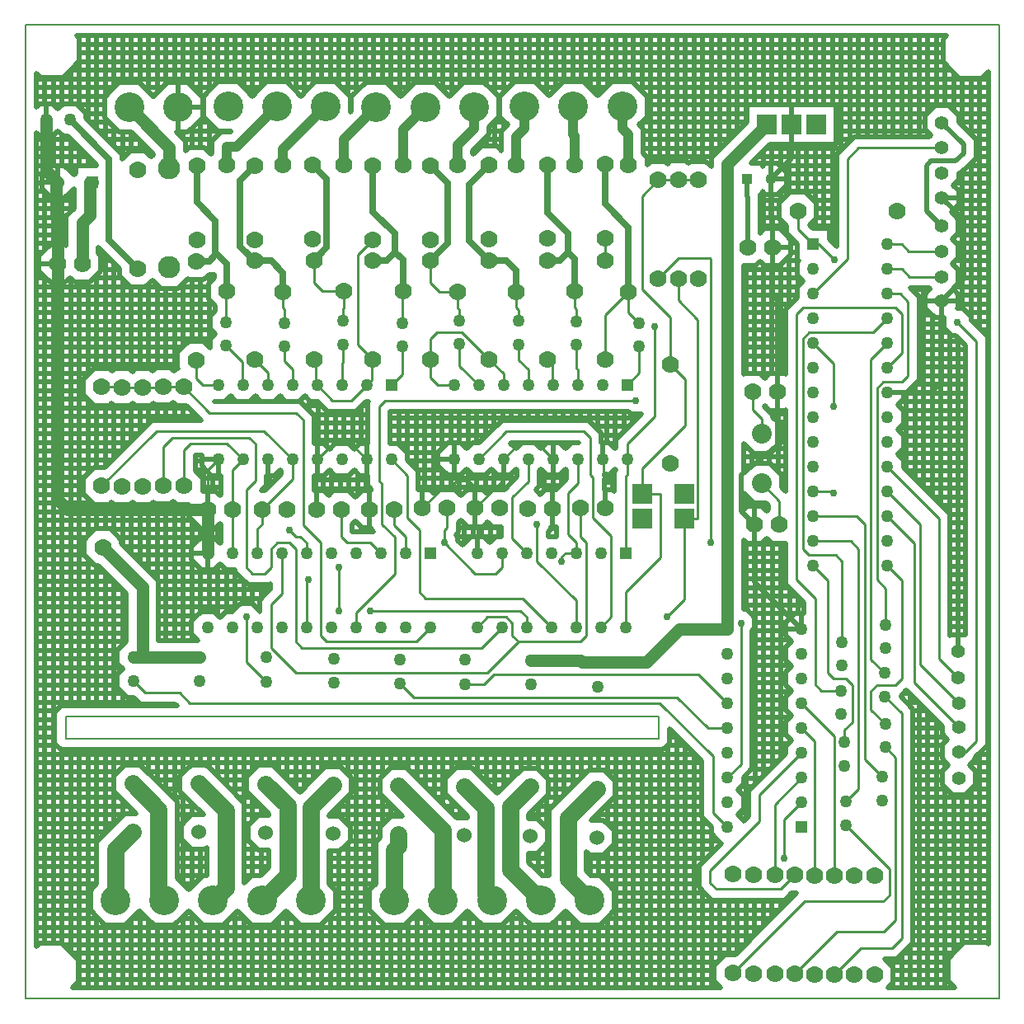
<source format=gbr>
G04 PROTEUS RS274X GERBER FILE*
%FSLAX45Y45*%
%MOMM*%
G01*
%ADD10C,0.254000*%
%ADD11C,0.635000*%
%ADD12C,1.270000*%
%ADD13C,1.778000*%
%ADD14C,0.508000*%
%ADD16C,1.016000*%
%ADD17C,0.762000*%
%ADD18C,1.778000*%
%ADD19R,1.270000X1.270000*%
%ADD70C,1.270000*%
%ADD71C,1.397000*%
%ADD20R,1.280000X1.280000*%
%ADD21C,0.254000*%
%ADD22C,1.280000*%
%ADD23C,3.048000*%
%ADD24C,2.032000*%
%ADD25C,1.524000*%
%ADD26R,1.120000X1.120000*%
%ADD27C,1.120000*%
%ADD28R,2.032000X2.032000*%
%ADD29C,2.286000*%
%ADD73C,0.203200*%
%TD.AperFunction*%
D10*
X+1303980Y+1698700D02*
X+1303980Y+1427700D01*
X+1178980Y+1302700D01*
X+656980Y+1712700D02*
X+656980Y+1474500D01*
X+670980Y+1460500D01*
X+670980Y+1302700D01*
X+64980Y+1718700D02*
X+64980Y+1558500D01*
X+162980Y+1460500D01*
X+162980Y+1302700D01*
X-541020Y+1722700D02*
X-541020Y+1498700D01*
X-345020Y+1302700D01*
X-1131020Y+1695700D02*
X-1131020Y+1410700D01*
X-1243020Y+1298700D01*
X-1741020Y+1717700D02*
X-1741020Y+1534000D01*
X-1751020Y+1524000D01*
X-1751020Y+1298700D01*
X-2341020Y+1698700D02*
X-2341020Y+1542500D01*
X-2259020Y+1460500D01*
X-2259020Y+1298700D01*
X-2938020Y+1706700D02*
X-2771020Y+1539700D01*
X-2771020Y+1302700D01*
X-2767020Y+1298700D01*
D11*
X+1192980Y+2261700D02*
X+1192980Y+2921000D01*
X+953980Y+3160000D01*
X+953980Y+3566700D01*
D10*
X+1192980Y+2261700D02*
X+954980Y+2023700D01*
X+954980Y+1560700D01*
X+1192980Y+2261700D02*
X+1192980Y+2049700D01*
X+1303980Y+1938700D01*
D11*
X+571500Y+2667000D02*
X+571500Y+2857500D01*
X+361980Y+3067020D01*
X+361980Y+3565700D01*
X+640980Y+2265700D02*
X+640980Y+2597520D01*
X+571500Y+2667000D01*
D10*
X+640980Y+2265700D02*
X+640980Y+2095500D01*
X+656980Y+2079500D01*
X+656980Y+1952700D01*
D11*
X+571500Y+2667000D02*
X+487200Y+2582700D01*
X+358980Y+2582700D01*
X+37980Y+2261700D02*
X+37980Y+2476220D01*
X-63500Y+2577700D01*
X-236020Y+2577700D01*
D10*
X+37980Y+2261700D02*
X+37980Y+2095500D01*
X+64980Y+2068500D01*
X+64980Y+1958700D01*
X-564020Y+2261700D02*
X-749220Y+2261700D01*
X-837020Y+2349500D01*
X-837020Y+2579700D01*
X-564020Y+2261700D02*
X-564020Y+2095500D01*
X-541020Y+2072500D01*
X-541020Y+1962700D01*
D11*
X-1206500Y+2667000D02*
X-1206500Y+2857500D01*
X-1431020Y+3082020D01*
X-1431020Y+3552700D01*
X-1124020Y+2262700D02*
X-1124020Y+2584520D01*
X-1206500Y+2667000D01*
X-1293800Y+2579700D01*
X-1433020Y+2579700D01*
D10*
X-1124020Y+2262700D02*
X-1131020Y+2255700D01*
X-1131020Y+1935700D01*
X-1727020Y+2262700D02*
X-1951220Y+2262700D01*
X-2038020Y+2349500D01*
X-2038020Y+2579700D01*
D11*
X-1905000Y+2712720D01*
X-1905000Y+3416680D01*
X-2051020Y+3562700D01*
D10*
X-1727020Y+2262700D02*
X-1727020Y+2095500D01*
X-1741020Y+2081500D01*
X-1741020Y+1957700D01*
D11*
X-2355020Y+2260700D02*
X-2355020Y+2455220D01*
X-2476500Y+2576700D01*
X-2644020Y+2576700D01*
D10*
X-2355020Y+2260700D02*
X-2355020Y+2095500D01*
X-2341020Y+2081500D01*
X-2341020Y+1938700D01*
D11*
X-2644020Y+2576700D02*
X-2794000Y+2726680D01*
X-2794000Y+3399720D01*
X-2641020Y+3552700D01*
X-3048000Y+2667000D02*
X-3048000Y+2984500D01*
X-3241020Y+3177520D01*
X-3241020Y+3552700D01*
X-2930020Y+2263700D02*
X-2930020Y+2549020D01*
X-3048000Y+2667000D01*
X-3048000Y+2636200D01*
X-3111500Y+2572700D01*
X-3246020Y+2572700D01*
D10*
X-2930020Y+2263700D02*
X-2938020Y+2255700D01*
X-2938020Y+1946700D01*
X+2931160Y+3091180D02*
X+2931160Y+2905020D01*
X+3088260Y+2747920D01*
X+2794000Y-3556000D02*
X+2794000Y-3163700D01*
X+2971540Y-2986160D01*
X+2694180Y-3732060D02*
X+2694180Y-3009520D01*
X+2971540Y-2732160D01*
X+2899920Y-3726980D02*
X+2753400Y-3873500D01*
X+2095500Y-3873500D01*
X+2032000Y-3810000D01*
X+2032000Y-3683000D01*
X+2540000Y-3175000D01*
X+2540000Y-2909700D01*
X+2971540Y-2478160D01*
X+3103120Y-3734600D02*
X+3103120Y-2355740D01*
X+2971540Y-2224160D01*
X+3307880Y-3737100D02*
X+3307880Y-2306500D01*
X+2971540Y-1970160D01*
D12*
X-3521240Y+3526280D02*
X-3521240Y+3737900D01*
X-3935440Y+4152100D01*
D10*
X+3425660Y-3217420D02*
X+3873500Y-3665260D01*
X+3873500Y-3937000D01*
X+3810000Y-4000500D01*
X+2999780Y-4000500D01*
X+2262380Y-4737900D01*
X+3829520Y-2417320D02*
X+3937000Y-2524800D01*
X+3937000Y-4191000D01*
X+3816558Y-4311442D01*
X+3331458Y-4311442D01*
X+2899920Y-4742980D01*
X+3824440Y-1896620D02*
X+4000500Y-2072680D01*
X+4000500Y-4381500D01*
X+3903011Y-4478989D01*
X+3581991Y-4478989D01*
X+3307880Y-4753100D01*
X-837020Y+1563700D02*
X-837020Y+1377720D01*
X-762000Y+1302700D01*
X-599020Y+1302700D01*
X-3246020Y+1556700D02*
X-3246020Y+1369720D01*
X-3175000Y+1298700D01*
X-3021020Y+1298700D01*
X-236020Y+1561700D02*
X-91020Y+1416700D01*
X-91020Y+1302700D01*
X-2644020Y+1560700D02*
X-2513020Y+1429700D01*
X-2513020Y+1298700D01*
X-1497020Y+1298700D02*
X-1445720Y+1350000D01*
X-1445720Y+1551000D01*
X-1433020Y+1563700D01*
X+416980Y+1302700D02*
X+412956Y+1306724D01*
X+412956Y+1512724D01*
X+358980Y+1566700D01*
X-2005020Y+1298700D02*
X-2017720Y+1311400D01*
X-2017720Y+1543400D01*
X-2038020Y+1563700D01*
X-1433020Y+1563700D02*
X-1587500Y+1718180D01*
X-1587500Y+2636220D01*
X-1431020Y+2792700D01*
X-236020Y+1561700D02*
X-515820Y+1841500D01*
X-773520Y+1841500D01*
X-837020Y+1778000D01*
X-837020Y+1563700D01*
X+953980Y+2806700D02*
X+954980Y+2805700D01*
X+954980Y+2576700D01*
X-1497020Y+1298700D02*
X-1652720Y+1143000D01*
X-1849320Y+1143000D01*
X-2005020Y+1298700D01*
D12*
X+2209540Y-1208160D02*
X+1714500Y-1208160D01*
X+1378620Y-1544040D01*
X+876280Y-1544040D01*
X+193020Y-1526260D02*
X+698500Y-1526260D01*
X+716280Y-1544040D01*
X+876280Y-1544040D01*
X-4314940Y+3385680D02*
X-4337800Y+3385680D01*
X-4337800Y+3048000D01*
X-4414520Y+2971280D01*
X-4414520Y+2547620D01*
D10*
X+1178980Y+540700D02*
X+1178980Y+698500D01*
X+1460500Y+980020D01*
X+1460500Y+1905000D01*
X+1178980Y+540700D02*
X+1178980Y+381000D01*
X+1165280Y+367300D01*
X+1165280Y-422820D01*
X-1095720Y-428820D02*
X-1095720Y-254000D01*
X-1209580Y-140140D01*
X-1209580Y+26360D01*
X-1349720Y-428820D02*
X-1461040Y-317500D01*
X-1694720Y-317500D01*
X-1758220Y-254000D01*
X-1758220Y+26360D01*
X-698500Y-317500D02*
X-381000Y-635000D01*
X-168220Y-635000D01*
X-104720Y-571500D01*
X-104720Y-422820D01*
X-698500Y-317500D02*
X-698500Y-190500D01*
X-668020Y-160020D01*
X-668020Y+38100D01*
X+254000Y-127000D02*
X+254000Y-508000D01*
X+657280Y-911280D01*
X+657280Y-1184820D01*
X-1460500Y-1016000D02*
X+85780Y-1016000D01*
X+149280Y-1079500D01*
X+149280Y-1184820D01*
X-1778000Y-571500D02*
X-1778000Y-1016000D01*
X-2286000Y-190500D02*
X-2222500Y-254000D01*
X-2175220Y-254000D01*
X-2111720Y-317500D01*
X-2111720Y-428820D01*
X+63500Y-1333500D02*
X-254000Y-1651000D01*
X-2222500Y-1651000D01*
X-2476500Y-1397000D01*
X-2476500Y-952500D01*
X-2365720Y-841720D01*
X-2365720Y-428820D01*
X+63500Y-1333500D02*
X+698500Y-1333500D01*
X+762000Y-1270000D01*
X+762000Y-317500D01*
X+701840Y-257340D01*
X+701840Y+37340D01*
X+63500Y-1333500D02*
X+0Y-1270000D01*
X+0Y-1143000D01*
X-63500Y-1079500D01*
X-253400Y-1079500D01*
X-358720Y-1184820D01*
X-2259020Y+536700D02*
X-2547820Y+825500D01*
X-3655060Y+825500D01*
X-4216400Y+264160D01*
X-2259020Y+536700D02*
X-2259020Y+339440D01*
X-2572260Y+26200D01*
X-2572260Y-127000D01*
X-2619720Y-174460D01*
X-2619720Y-428820D01*
X-2767020Y+536700D02*
X-2928820Y+698500D01*
X-3308860Y+698500D01*
X-3372360Y+635000D01*
X-3372360Y+264960D01*
X-2767020Y+536700D02*
X-2873280Y+430440D01*
X-2873280Y+21280D01*
X-2873280Y-428380D01*
X-2873720Y-428820D01*
X+657280Y-422820D02*
X+657280Y-317500D01*
X+571500Y-231720D01*
X+571500Y+190500D01*
X+670980Y+289980D01*
X+670980Y+540700D01*
X+162980Y+540700D02*
X+162980Y+311352D01*
X+0Y+148372D01*
X+0Y-273540D01*
X+149280Y-422820D01*
D13*
X-1168260Y-3316100D02*
X-1168260Y-3429000D01*
X-1210860Y-3471600D01*
X-1210860Y-3988500D01*
X-3899740Y-3290320D02*
X-4076180Y-3466760D01*
X-4076180Y-3990260D01*
D10*
X-345020Y+540700D02*
X-60220Y+825500D01*
X+734480Y+825500D01*
X+797980Y+762000D01*
X+797980Y+381000D01*
X+828840Y+350140D01*
X+828840Y-63500D01*
X+1016000Y-250660D01*
X+1016000Y-1080100D01*
X+911280Y-1184820D01*
X-1243020Y+536700D02*
X-1079500Y+373180D01*
X-1079500Y-63500D01*
X-952500Y-190500D01*
X-952500Y-825500D01*
X-889000Y-889000D01*
X+107460Y-889000D01*
X+403280Y-1184820D01*
X-3585680Y+271020D02*
X-3585680Y+668820D01*
X-3492500Y+762000D01*
X-2703520Y+762000D01*
X-2640020Y+698500D01*
X-2640020Y+317500D01*
X-2730500Y+227020D01*
X-2730500Y-571500D01*
X-2667000Y-635000D01*
X-2540000Y-635000D01*
X-2476500Y-571500D01*
X-2476500Y-381000D01*
X-2413000Y-317500D01*
X-2286000Y-317500D01*
X-2222500Y-381000D01*
X-2222500Y-1333500D01*
X-2159000Y-1397000D01*
X-316900Y-1397000D01*
X-104720Y-1184820D01*
D14*
X+3850260Y+1223920D02*
X+4298540Y+1223920D01*
X+4408120Y+1333500D01*
X+4408120Y+2162800D01*
X+2971540Y-1208160D02*
X+2487460Y-724080D01*
X+2487460Y-132840D01*
X+2659160Y+3418040D02*
X+2870200Y+3629080D01*
X+2870200Y+3972560D01*
D10*
X-91020Y+540700D02*
X-91020Y+328080D01*
X-381000Y+38100D01*
D12*
X-4664940Y+3385680D02*
X-4784060Y+3504800D01*
X-4784060Y+4023360D01*
D10*
X-922020Y+38100D02*
X-706120Y+254000D01*
X-635000Y+254000D01*
X-571500Y+317500D01*
D14*
X+2670300Y+2716060D02*
X+2670300Y+2222500D01*
X+2719540Y+2173260D01*
X+2719540Y+1230120D01*
D10*
X-3021020Y+536700D02*
X-3127280Y+430440D01*
X-3127280Y+21280D01*
X-1497020Y+536700D02*
X-1497020Y+254000D01*
X-1463580Y+220560D01*
X-1463580Y+26360D01*
X-381000Y+38100D02*
X-381000Y+254000D01*
X-444500Y+317500D01*
X-571500Y+317500D01*
X-381000Y+38100D02*
X-381000Y-127000D01*
X-358720Y-149280D01*
X-358720Y-422820D01*
X-571500Y+317500D02*
X-599020Y+345020D01*
X-599020Y+540700D01*
D14*
X+2659160Y+3418040D02*
X+2659160Y+3048000D01*
X+2670300Y+3036860D01*
X+2670300Y+2716060D01*
D10*
X+952500Y+381000D02*
X+939800Y+393700D01*
X+939800Y+525880D01*
X+924980Y+540700D01*
D14*
X+4408120Y+2162800D02*
X+4635500Y+2390180D01*
X+4635500Y+3002400D01*
X+4411620Y+3226280D01*
D10*
X-2005020Y+536700D02*
X-2012220Y+529500D01*
X-2012220Y+26360D01*
X+952500Y+381000D02*
X+955840Y+377660D01*
X+955840Y+37340D01*
X+416980Y+540700D02*
X+416980Y+317500D01*
X+414820Y+315340D01*
X+414820Y+34800D01*
D12*
X-3127280Y+21280D02*
X-3127720Y+20840D01*
X-3127720Y-428820D01*
D10*
X-91020Y+540700D02*
X+66780Y+698500D01*
X+259180Y+698500D01*
X+416980Y+540700D01*
X-2005020Y+536700D02*
X-1843220Y+698500D01*
X-1658820Y+698500D01*
X-1497020Y+536700D01*
D12*
X-4664940Y+3385680D02*
X-4687800Y+3385680D01*
X-4687800Y+3048000D01*
X-4668520Y+3028720D01*
X-4668520Y+2547620D01*
X-3127280Y+21280D02*
X-4562800Y+21280D01*
X-4668520Y+127000D01*
X-4668520Y+2547620D01*
D10*
X+1270000Y+1143000D02*
X-1306270Y+1143000D01*
X-1369770Y+1079500D01*
X-1369770Y+317500D01*
X-1336580Y+284310D01*
X-1336580Y-127000D01*
X-1206500Y-257080D01*
X-1206500Y-635000D01*
X-1603720Y-1032220D01*
X-1603720Y-1190820D01*
X+3302000Y+1079500D02*
X+3302000Y+1518180D01*
X+3088260Y+1731920D01*
X-2095500Y-698500D02*
X-2111720Y-714720D01*
X-2111720Y-1190820D01*
X+3302000Y+190500D02*
X+3284580Y+207920D01*
X+3088260Y+207920D01*
X+3850260Y-46080D02*
X+4127500Y-323320D01*
X+4127500Y-1754860D01*
X+4586260Y-2213620D01*
X+4586260Y-1963620D02*
X+4191000Y-1568360D01*
X+4191000Y-132820D01*
X+3850260Y+207920D01*
X+3850260Y+461920D02*
X+4381500Y-69320D01*
X+4381500Y-1508860D01*
X+4576260Y-1703620D01*
D16*
X-2930020Y+3563700D02*
X-2930020Y+3746500D01*
X-2830840Y+3746500D01*
X-2418640Y+4158700D01*
X-2355020Y+3560700D02*
X-2355020Y+3721940D01*
X-1918260Y+4158700D01*
X-1727020Y+3562700D02*
X-1727020Y+3825700D01*
X-1396020Y+4156700D01*
X-1124020Y+3562700D02*
X-1124020Y+3928320D01*
X-895640Y+4156700D01*
X-564020Y+3561700D02*
X-564020Y+3768240D01*
X-395260Y+3937000D01*
X-395260Y+4156700D01*
X+37980Y+3561700D02*
X+37980Y+3848000D01*
X+126980Y+3937000D01*
X+126980Y+4161700D01*
X+640980Y+3565700D02*
X+640980Y+3859880D01*
X+627360Y+3873500D01*
X+627360Y+4161700D01*
X+1192980Y+3561700D02*
X+1192980Y+3871760D01*
X+1127740Y+3937000D01*
X+1127740Y+4161700D01*
D10*
X+1762760Y-71120D02*
X+1905000Y-71120D01*
X+1905000Y+1968500D01*
X+1704340Y+2169160D01*
X+1704340Y+2395220D01*
X+1762760Y-71120D02*
X+1762760Y-904240D01*
X+1587500Y-1079500D01*
D13*
X-3899740Y-2790320D02*
X-3632200Y-3057860D01*
X-3632200Y-3933860D01*
X-3575800Y-3990260D01*
D10*
X+3425660Y-2977420D02*
X+3556000Y-2847080D01*
X+3556000Y-381000D01*
X+3475080Y-300080D01*
X+3088260Y-300080D01*
X+3799840Y-2724180D02*
X+3619500Y-2543840D01*
X+3619500Y-127000D01*
X+3538580Y-46080D01*
X+3088260Y-46080D01*
X+3411220Y-2368580D02*
X+3411220Y-2240280D01*
X+3492500Y-2159000D01*
X+3492500Y-1778000D01*
X+3429000Y-1714500D01*
X+3302000Y-1714500D01*
X+3238500Y-1651000D01*
X+3238500Y-704320D01*
X+3088260Y-554080D01*
X+3829520Y-2177320D02*
X+3683000Y-2030800D01*
X+3683000Y-1841500D01*
X+3746500Y-1778000D01*
X+3937000Y-1778000D01*
X+4000500Y-1714500D01*
X+4000500Y-704320D01*
X+3850260Y-554080D01*
X+3378200Y-1836420D02*
X+3175000Y-1836420D01*
X+3111500Y-1772920D01*
X+3111500Y-889000D01*
X+2921000Y-698500D01*
X+2921000Y+2032000D01*
X+2984500Y+2095500D01*
X+3937000Y+2095500D01*
X+4000500Y+2032000D01*
X+4000500Y+1628160D01*
X+3850260Y+1477920D01*
X+3824440Y-1656620D02*
X+3683000Y-1515180D01*
X+3683000Y+1564660D01*
X+3850260Y+1731920D01*
X+3385060Y-1340680D02*
X+3385060Y-508000D01*
X+3321560Y-444500D01*
X+3048000Y-444500D01*
X+2984500Y-381000D01*
X+2984500Y+1778000D01*
X+3048000Y+1841500D01*
X+3705840Y+1841500D01*
X+3850260Y+1985920D01*
X+3836280Y-1160980D02*
X+3836280Y-788280D01*
X+3746500Y-698500D01*
X+3746500Y+1270000D01*
X+3810000Y+1333500D01*
X+4000500Y+1333500D01*
X+4064000Y+1397000D01*
X+4064000Y+2159000D01*
X+3983080Y+2239920D01*
X+3850260Y+2239920D01*
D13*
X-3072100Y-3990740D02*
X-2941320Y-3859960D01*
X-2941320Y-3070560D01*
X-3221560Y-2790320D01*
X-1843600Y-2808740D02*
X-2071340Y-3036480D01*
X-2071340Y-3990740D01*
X-1168260Y-2816100D02*
X-710480Y-3273880D01*
X-710480Y-3988500D01*
D10*
X+4411620Y+3736280D02*
X+3556000Y+3736280D01*
X+3443678Y+3623958D01*
X+3443678Y+2595338D01*
X+3088260Y+2239920D01*
X+4408120Y+2672800D02*
X+4073620Y+2672800D01*
X+4000500Y+2745920D01*
X+3850260Y+2745920D01*
X+4408120Y+2412800D02*
X+4081620Y+2412800D01*
X+4000500Y+2493920D01*
X+3850260Y+2493920D01*
X-841720Y-1190820D02*
X-984400Y-1333500D01*
X-1905000Y-1333500D01*
X-1968500Y-1270000D01*
X-1968500Y-317500D01*
X-2148320Y-137680D01*
X-2148320Y+941820D01*
X-2222500Y+1016000D01*
X-3107400Y+1016000D01*
X-3372360Y+1280960D01*
X+1621320Y+1515620D02*
X+1778000Y+1358940D01*
X+1778000Y+889000D01*
X+1334300Y+445300D01*
X+1334300Y+182120D01*
X+1496060Y+3406140D02*
X+1333500Y+3243580D01*
X+1333500Y+2286000D01*
X+1621320Y+1998180D01*
X+1621320Y+1515620D01*
X+1165280Y-1184820D02*
X+1165280Y-825500D01*
X+1524000Y-466780D01*
X+1524000Y+182120D01*
X+1334300Y+182120D01*
D14*
X+2409160Y+3418040D02*
X+2409160Y+3238500D01*
X+2416300Y+3231360D01*
X+2416300Y+2716060D01*
D10*
X-3794760Y+1277620D02*
X-3595080Y+1277620D01*
X-3585680Y+1287020D01*
X-3378420Y+1287020D01*
X-3372360Y+1280960D01*
X+1704340Y+3411220D02*
X+1501140Y+3411220D01*
X+1496060Y+3406140D01*
X+1704340Y+3411220D02*
X+1709420Y+3406140D01*
X+1910080Y+3406140D01*
X-4008120Y+1277620D02*
X-4010660Y+1280160D01*
X-4216400Y+1280160D01*
X-3794760Y+1277620D02*
X-4008120Y+1277620D01*
X+2559560Y+799300D02*
X+2559560Y+952500D01*
X+2465540Y+1046520D01*
X+2465540Y+1230120D01*
X+2741460Y-132840D02*
X+2741460Y+109400D01*
X+2559560Y+291300D01*
X+2209540Y-3240160D02*
X+2060765Y-3091385D01*
X+2060765Y-2511220D01*
X+1512513Y-1962968D01*
X+1484754Y-1962968D01*
X-3310711Y-1962968D01*
X-3414808Y-1858871D01*
X-3771189Y-1858871D01*
X-3889740Y-1740320D01*
X+2209540Y-2732160D02*
X+2349500Y-2592200D01*
X+2349500Y-1143000D01*
X-2730500Y-1079500D02*
X-2730500Y-1540020D01*
X-2524480Y-1746040D01*
D12*
X+2209540Y-1208160D02*
X+2209540Y+3565900D01*
X+2616200Y+3972560D01*
D10*
X+657280Y-422820D02*
X+546100Y-422820D01*
X+508000Y-460920D01*
X+508000Y-508000D01*
X+2040000Y-317500D02*
X+2040000Y+2600000D01*
X+2032000Y+2603500D01*
X+1709420Y+2603500D01*
X+1496060Y+2390140D01*
D11*
X-837020Y+2579700D02*
X-660000Y+2756720D01*
X-660000Y+3371680D01*
X-841020Y+3552700D01*
X-236020Y+2577700D02*
X-440000Y+2781680D01*
X-440000Y+3359720D01*
X-238020Y+3561700D01*
X-4544060Y+4023360D02*
X-4140000Y+3619300D01*
X-4140000Y+2791260D01*
X-3845560Y+2496820D01*
D14*
X+2719540Y+1230120D02*
X+2720000Y+680000D01*
X+2349500Y+381000D01*
X+2349500Y+5120D01*
X+2487460Y-132840D01*
X+4411620Y+3996280D02*
X+4635500Y+3772400D01*
X+4635500Y+3683000D01*
X+4552500Y+3600000D01*
X+4298500Y+3600000D01*
X+4254500Y+3556000D01*
X+4254500Y+3086420D01*
X+4408120Y+2932800D01*
D10*
X+3088260Y+2747920D02*
X+3147354Y+2747920D01*
X+3311533Y+2583741D01*
X+4586260Y-2463620D02*
X+4653417Y-2463620D01*
X+4764526Y-2352511D01*
X+4764526Y+1751468D01*
X+4570716Y+1945278D01*
D12*
X-3889740Y-1490320D02*
X-3799240Y-1490320D01*
X-3211560Y-1490320D01*
X-4206000Y-366000D02*
X-4066000Y-506000D01*
X-3799240Y-1490320D02*
X-3799240Y-772760D01*
X-4066000Y-506000D01*
D13*
X+794020Y-3991060D02*
X+570000Y-3767040D01*
X+570000Y-3140320D01*
X+866280Y-2844040D01*
X-206740Y-3991060D02*
X-270000Y-3927800D01*
X-270000Y-3046340D01*
X-497700Y-2818640D01*
X+293640Y-3991060D02*
X-20000Y-3677420D01*
X-20000Y-3029280D01*
X+183020Y-2826260D01*
X-2534480Y-2796040D02*
X-2310000Y-3020520D01*
X-2310000Y-3729020D01*
X-2571720Y-3990740D01*
D10*
X-1158260Y-1766100D02*
X-1014360Y-1910000D01*
X+1694178Y-1910000D01*
X+2008338Y-2224160D01*
X+2209540Y-2224160D01*
X+2209540Y-1970160D02*
X+1909380Y-1670000D01*
X-189485Y-1670000D01*
X-288125Y-1768640D01*
X-487700Y-1768640D01*
D17*
X+2794000Y-3556000D03*
X+1460500Y+1905000D03*
X-698500Y-317500D03*
X+254000Y-127000D03*
X-1460500Y-1016000D03*
X-1778000Y-1016000D03*
X-1778000Y-571500D03*
X-2286000Y-190500D03*
X+952500Y+381000D03*
X+1270000Y+1143000D03*
X+3302000Y+1079500D03*
X-2095500Y-698500D03*
X+3302000Y+190500D03*
X+1587500Y-1079500D03*
X+2349500Y-1143000D03*
X-2730500Y-1079500D03*
X+508000Y-508000D03*
X+2040000Y-317500D03*
D18*
X-4206000Y-366000D03*
D17*
X+4570716Y+1945278D03*
X+3311533Y+2583741D03*
D14*
X+3857464Y-4888242D02*
X+4540101Y-4888242D01*
X+3911299Y-4799342D02*
X+4474201Y-4799342D01*
X+3911299Y-4710442D02*
X+4474201Y-4710442D01*
X+3856248Y-4621542D02*
X+4474201Y-4621542D01*
X+4011000Y-4532642D02*
X+4530617Y-4532642D01*
X+4099900Y-4443742D02*
X+4619517Y-4443742D01*
X+4114799Y-4354842D02*
X+4888242Y-4354842D01*
X+4114799Y-4265942D02*
X+4888242Y-4265942D01*
X+4114799Y-4177042D02*
X+4888242Y-4177042D01*
X+4114799Y-4088142D02*
X+4888242Y-4088142D01*
X+4114799Y-3999242D02*
X+4888242Y-3999242D01*
X+4114799Y-3910342D02*
X+4888242Y-3910342D01*
X+4114799Y-3821442D02*
X+4888242Y-3821442D01*
X+4114799Y-3732542D02*
X+4888242Y-3732542D01*
X+4114799Y-3643642D02*
X+4888242Y-3643642D01*
X+4114799Y-3554742D02*
X+4888242Y-3554742D01*
X+4114799Y-3465842D02*
X+4888242Y-3465842D01*
X+4114799Y-3376942D02*
X+4888242Y-3376942D01*
X+4114799Y-3288042D02*
X+4888242Y-3288042D01*
X+4114799Y-3199142D02*
X+4888242Y-3199142D01*
X+4114799Y-3110242D02*
X+4888242Y-3110242D01*
X+4114799Y-3021342D02*
X+4888242Y-3021342D01*
X+4114799Y-2932442D02*
X+4888242Y-2932442D01*
X+4114799Y-2843542D02*
X+4453716Y-2843542D01*
X+4718804Y-2843542D02*
X+4888242Y-2843542D01*
X+4114799Y-2754642D02*
X+4414811Y-2754642D01*
X+4757709Y-2754642D02*
X+4888242Y-2754642D01*
X+4114799Y-2665742D02*
X+4414811Y-2665742D01*
X+4757709Y-2665742D02*
X+4888242Y-2665742D01*
X+4114799Y-2576842D02*
X+4457016Y-2576842D01*
X+4715504Y-2576842D02*
X+4888242Y-2576842D01*
X+4114799Y-2487942D02*
X+4414811Y-2487942D01*
X+4790737Y-2487942D02*
X+4888242Y-2487942D01*
X+4114799Y-2399042D02*
X+4414811Y-2399042D01*
X+4878825Y-2399042D02*
X+4888242Y-2399042D01*
X+4114799Y-2310142D02*
X+4440316Y-2310142D01*
X+4878825Y-2310142D02*
X+4888242Y-2310142D01*
X+4114799Y-2221242D02*
X+4414811Y-2221242D01*
X+4878825Y-2221242D02*
X+4888242Y-2221242D01*
X+4114799Y-2132342D02*
X+4343340Y-2132342D01*
X+4878825Y-2132342D02*
X+4888242Y-2132342D01*
X+4114799Y-2043442D02*
X+4254440Y-2043442D01*
X+4878825Y-2043442D02*
X+4888242Y-2043442D01*
X+4044004Y-1954542D02*
X+4165540Y-1954542D01*
X+4878825Y-1954542D02*
X+4888242Y-1954542D01*
X+4011000Y-1865642D02*
X+4076640Y-1865642D01*
X+4878825Y-1865642D02*
X+4888242Y-1865642D01*
X+4878825Y-1776742D02*
X+4888242Y-1776742D01*
X+4878825Y-1687842D02*
X+4888242Y-1687842D01*
X+4878825Y-1598942D02*
X+4888242Y-1598942D01*
X+4878825Y-1510042D02*
X+4888242Y-1510042D01*
X+4878825Y-1421142D02*
X+4888242Y-1421142D01*
X+4878825Y-1332242D02*
X+4888242Y-1332242D01*
X+4878825Y-1243342D02*
X+4888242Y-1243342D01*
X+4878825Y-1154442D02*
X+4888242Y-1154442D01*
X+4878825Y-1065542D02*
X+4888242Y-1065542D01*
X+4878825Y-976642D02*
X+4888242Y-976642D01*
X+4878825Y-887742D02*
X+4888242Y-887742D01*
X+4878825Y-798842D02*
X+4888242Y-798842D01*
X+4878825Y-709942D02*
X+4888242Y-709942D01*
X+4878825Y-621042D02*
X+4888242Y-621042D01*
X+4878825Y-532142D02*
X+4888242Y-532142D01*
X+4878825Y-443242D02*
X+4888242Y-443242D01*
X+4878825Y-354342D02*
X+4888242Y-354342D01*
X+4878825Y-265442D02*
X+4888242Y-265442D01*
X+4878825Y-176542D02*
X+4888242Y-176542D01*
X+4878825Y-87642D02*
X+4888242Y-87642D01*
X+4878825Y+1258D02*
X+4888242Y+1258D01*
X+4878825Y+90158D02*
X+4888242Y+90158D01*
X+4878825Y+179058D02*
X+4888242Y+179058D01*
X+4878825Y+267958D02*
X+4888242Y+267958D01*
X+4878825Y+356858D02*
X+4888242Y+356858D01*
X+4878825Y+445758D02*
X+4888242Y+445758D01*
X+4878825Y+534658D02*
X+4888242Y+534658D01*
X+4878825Y+623558D02*
X+4888242Y+623558D01*
X+4878825Y+712458D02*
X+4888242Y+712458D01*
X+4878825Y+801358D02*
X+4888242Y+801358D01*
X+4878825Y+890258D02*
X+4888242Y+890258D01*
X+4878825Y+979158D02*
X+4888242Y+979158D01*
X+4878825Y+1068058D02*
X+4888242Y+1068058D01*
X+4878825Y+1156958D02*
X+4888242Y+1156958D01*
X+4878825Y+1245858D02*
X+4888242Y+1245858D01*
X+4878825Y+1334758D02*
X+4888242Y+1334758D01*
X+2374639Y+1423658D02*
X+2806701Y+1423658D01*
X+4878825Y+1423658D02*
X+4888242Y+1423658D01*
X+2374639Y+1512558D02*
X+2806701Y+1512558D01*
X+4878825Y+1512558D02*
X+4888242Y+1512558D01*
X+2374639Y+1601458D02*
X+2806701Y+1601458D01*
X+4878825Y+1601458D02*
X+4888242Y+1601458D01*
X+2374639Y+1690358D02*
X+2806701Y+1690358D01*
X+4878825Y+1690358D02*
X+4888242Y+1690358D01*
X+2374639Y+1779258D02*
X+2806701Y+1779258D01*
X+4878825Y+1779258D02*
X+4888242Y+1779258D01*
X+2374639Y+1868158D02*
X+2806701Y+1868158D01*
X+4809478Y+1868158D02*
X+4888242Y+1868158D01*
X+2374639Y+1957058D02*
X+2806701Y+1957058D01*
X+4720578Y+1957058D02*
X+4888242Y+1957058D01*
X+2374639Y+2045958D02*
X+2806701Y+2045958D01*
X+4667600Y+2045958D02*
X+4888242Y+2045958D01*
X+2374639Y+2134858D02*
X+2862216Y+2134858D01*
X+4579569Y+2134858D02*
X+4888242Y+2134858D01*
X+2374639Y+2223758D02*
X+2923161Y+2223758D01*
X+4579569Y+2223758D02*
X+4888242Y+2223758D01*
X+2374639Y+2312658D02*
X+2927513Y+2312658D01*
X+4550444Y+2312658D02*
X+4888242Y+2312658D01*
X+2374639Y+2401558D02*
X+2947137Y+2401558D01*
X+4579569Y+2401558D02*
X+4888242Y+2401558D01*
X+2374639Y+2490458D02*
X+2923161Y+2490458D01*
X+4572928Y+2490458D02*
X+4888242Y+2490458D01*
X+2803004Y+2579358D02*
X+2940213Y+2579358D01*
X+4557144Y+2579358D02*
X+4888242Y+2579358D01*
X+2860799Y+2668258D02*
X+2923161Y+2668258D01*
X+4579569Y+2668258D02*
X+4888242Y+2668258D01*
X+2860799Y+2757158D02*
X+2917380Y+2757158D01*
X+3299758Y+2757158D02*
X+3329379Y+2757158D01*
X+4566228Y+2757158D02*
X+4888242Y+2757158D01*
X+2809708Y+2846058D02*
X+2828480Y+2846058D01*
X+3253359Y+2846058D02*
X+3329379Y+2846058D01*
X+4563844Y+2846058D02*
X+4888242Y+2846058D01*
X+2543299Y+2934958D02*
X+2816861Y+2934958D01*
X+3062864Y+2934958D02*
X+3329379Y+2934958D01*
X+4579569Y+2934958D02*
X+4888242Y+2934958D01*
X+2543299Y+3023858D02*
X+2740661Y+3023858D01*
X+3121659Y+3023858D02*
X+3329379Y+3023858D01*
X+4559528Y+3023858D02*
X+4888242Y+3023858D01*
X+2543299Y+3112758D02*
X+2740661Y+3112758D01*
X+3121659Y+3112758D02*
X+3329379Y+3112758D01*
X+4540564Y+3112758D02*
X+4888242Y+3112758D01*
X+2543299Y+3201658D02*
X+2772232Y+3201658D01*
X+3090088Y+3201658D02*
X+3329379Y+3201658D01*
X+4583069Y+3201658D02*
X+4888242Y+3201658D01*
X+2754557Y+3290558D02*
X+3329379Y+3290558D01*
X+4583069Y+3290558D02*
X+4888242Y+3290558D01*
X+2816759Y+3379458D02*
X+3329379Y+3379458D01*
X+4557264Y+3379458D02*
X+4888242Y+3379458D01*
X+2816759Y+3468358D02*
X+3329379Y+3468358D01*
X+4583069Y+3468358D02*
X+4888242Y+3468358D01*
X+2028368Y+3557258D02*
X+2044441Y+3557258D01*
X+2566759Y+3557258D02*
X+2575499Y+3557258D01*
X+2742821Y+3557258D02*
X+3329379Y+3557258D01*
X+4689360Y+3557258D02*
X+4888242Y+3557258D01*
X-4006651Y+3646158D02*
X-3981628Y+3646158D01*
X-3709492Y+3646158D02*
X-3706688Y+3646158D01*
X+1377928Y+3646158D02*
X+2056314Y+3646158D01*
X+2523282Y+3646158D02*
X+3329379Y+3646158D01*
X+4762499Y+3646158D02*
X+4888242Y+3646158D01*
X-4067176Y+3735058D02*
X-3751882Y+3735058D01*
X-3356141Y+3735058D02*
X-3328068Y+3735058D01*
X-3153972Y+3735058D02*
X-3082419Y+3735058D01*
X-381678Y+3735058D02*
X-334068Y+3735058D01*
X-141972Y+3735058D02*
X-114419Y+3735058D01*
X+1345379Y+3735058D02*
X+2145214Y+3735058D01*
X+2612182Y+3735058D02*
X+3393136Y+3735058D01*
X+4762499Y+3735058D02*
X+4888242Y+3735058D01*
X-4156076Y+3823958D02*
X-3840782Y+3823958D01*
X-3373814Y+3823958D02*
X-3068086Y+3823958D01*
X-292778Y+3823958D02*
X-114419Y+3823958D01*
X+1345379Y+3823958D02*
X+2234114Y+3823958D01*
X+3327399Y+3823958D02*
X+3482036Y+3823958D01*
X+4762499Y+3823958D02*
X+4888242Y+3823958D01*
X-4244976Y+3912858D02*
X-4055407Y+3912858D01*
X-3315093Y+3912858D02*
X-3032387Y+3912858D01*
X-242861Y+3912858D02*
X-112686Y+3912858D01*
X+1345379Y+3912858D02*
X+2323014Y+3912858D01*
X+3327399Y+3912858D02*
X+4252576Y+3912858D01*
X+4674644Y+3912858D02*
X+4888242Y+3912858D01*
X-4333876Y+4001758D02*
X-4144307Y+4001758D01*
X-3226193Y+4001758D02*
X-3121287Y+4001758D01*
X-190993Y+4001758D02*
X-72286Y+4001758D01*
X+1327006Y+4001758D02*
X+2411914Y+4001758D01*
X+3327399Y+4001758D02*
X+4240171Y+4001758D01*
X+4585744Y+4001758D02*
X+4888242Y+4001758D01*
X-4378961Y+4090658D02*
X-4189439Y+4090658D01*
X-3181061Y+4090658D02*
X-3173019Y+4090658D01*
X-141261Y+4090658D02*
X-127019Y+4090658D01*
X+1381739Y+4090658D02*
X+2413001Y+4090658D01*
X+3327399Y+4090658D02*
X+4263532Y+4090658D01*
X+4559708Y+4090658D02*
X+4888242Y+4090658D01*
X-4888242Y+4179558D02*
X-4861347Y+4179558D01*
X-4706773Y+4179558D02*
X-4621347Y+4179558D01*
X-4466773Y+4179558D02*
X-4189439Y+4179558D01*
X-3181061Y+4179558D02*
X-3173019Y+4179558D01*
X-1664261Y+4179558D02*
X-1650019Y+4179558D01*
X-141261Y+4179558D02*
X-127019Y+4179558D01*
X+1381739Y+4179558D02*
X+4888242Y+4179558D01*
X-4888242Y+4268458D02*
X-4178291Y+4268458D01*
X-3692589Y+4268458D02*
X-3677911Y+4268458D01*
X-3192209Y+4268458D02*
X-3168471Y+4268458D01*
X-2669569Y+4268458D02*
X-2668091Y+4268458D01*
X-2169189Y+4268458D02*
X-2167711Y+4268458D01*
X-1668809Y+4268458D02*
X-1643471Y+4268458D01*
X-1148569Y+4268458D02*
X-1143091Y+4268458D01*
X-648189Y+4268458D02*
X-642711Y+4268458D01*
X-147809Y+4268458D02*
X-125471Y+4268458D01*
X+1380191Y+4268458D02*
X+4888242Y+4268458D01*
X-4888242Y+4357358D02*
X-4089391Y+4357358D01*
X-3781489Y+4357358D02*
X-3589011Y+4357358D01*
X-3281109Y+4357358D02*
X-3079571Y+4357358D01*
X-2758469Y+4357358D02*
X-2579191Y+4357358D01*
X-2258089Y+4357358D02*
X-2078811Y+4357358D01*
X-1757709Y+4357358D02*
X-1554571Y+4357358D01*
X-1237469Y+4357358D02*
X-1054191Y+4357358D01*
X-737089Y+4357358D02*
X-553811Y+4357358D01*
X-236709Y+4357358D02*
X-36571Y+4357358D01*
X+290531Y+4357358D02*
X+463809Y+4357358D01*
X+790911Y+4357358D02*
X+964189Y+4357358D01*
X+1291291Y+4357358D02*
X+4888242Y+4357358D01*
X-4888242Y+4446258D02*
X+4888242Y+4446258D01*
X-4538261Y+4535158D02*
X+4504541Y+4535158D01*
X-4449361Y+4624058D02*
X+4423401Y+4624058D01*
X-4446961Y+4712958D02*
X+4423401Y+4712958D01*
X-4446961Y+4801858D02*
X+4423401Y+4801858D01*
X-4475461Y+4888242D02*
X+4462061Y+4888242D01*
X-4888242Y+4152663D02*
X-4888242Y+4504541D01*
X-4799342Y+4188459D02*
X-4799342Y+4461501D01*
X-4710442Y+4183227D02*
X-4710442Y+4461501D01*
X-4621542Y+4179363D02*
X-4621542Y+4461501D01*
X-4532642Y+4188459D02*
X-4532642Y+4540777D01*
X-4443742Y+4156527D02*
X-4443742Y+4888242D01*
X-4354842Y+4022724D02*
X-4354842Y+4888242D01*
X-4265942Y+3933824D02*
X-4265942Y+4888242D01*
X-4177042Y+3844924D02*
X-4177042Y+4034493D01*
X-4177042Y+4269707D02*
X-4177042Y+4888242D01*
X-4088142Y+3756024D02*
X-4088142Y+3945593D01*
X-4088142Y+4358607D02*
X-4088142Y+4888242D01*
X-3999242Y+3628544D02*
X-3999242Y+3898101D01*
X-3999242Y+4406099D02*
X-3999242Y+4888242D01*
X-3910342Y+3703319D02*
X-3910342Y+3893518D01*
X-3910342Y+4406099D02*
X-3910342Y+4888242D01*
X-3821442Y+3703319D02*
X-3821442Y+3804618D01*
X-3821442Y+4397311D02*
X-3821442Y+4888242D01*
X-3732542Y+3669208D02*
X-3732542Y+3715718D01*
X-3732542Y+4308411D02*
X-3732542Y+4888242D01*
X-3643642Y+4302727D02*
X-3643642Y+4888242D01*
X-3554742Y+4391627D02*
X-3554742Y+4888242D01*
X-3465842Y+4406099D02*
X-3465842Y+4888242D01*
X-3376942Y+3827086D02*
X-3376942Y+3898101D01*
X-3376942Y+4406099D02*
X-3376942Y+4888242D01*
X-3288042Y+3743199D02*
X-3288042Y+3939909D01*
X-3288042Y+4364291D02*
X-3288042Y+4888242D01*
X-3199142Y+3743199D02*
X-3199142Y+4028809D01*
X-3199142Y+4275391D02*
X-3199142Y+4888242D01*
X-3110242Y+3691328D02*
X-3110242Y+3990713D01*
X-3110242Y+4326687D02*
X-3110242Y+4888242D01*
X-3021342Y+3870702D02*
X-3021342Y+3904701D01*
X-3021342Y+4412699D02*
X-3021342Y+4888242D01*
X-2932442Y+3898899D02*
X-2932442Y+3904701D01*
X-2932442Y+4412699D02*
X-2932442Y+4888242D01*
X-2843542Y+4412699D02*
X-2843542Y+4888242D01*
X-2754642Y+4353531D02*
X-2754642Y+4888242D01*
X-2665742Y+4270807D02*
X-2665742Y+4888242D01*
X-2576842Y+4359707D02*
X-2576842Y+4888242D01*
X-2487942Y+4412699D02*
X-2487942Y+4888242D01*
X-2399042Y+4412699D02*
X-2399042Y+4888242D01*
X-2310142Y+4409411D02*
X-2310142Y+4888242D01*
X-2221242Y+4320511D02*
X-2221242Y+4888242D01*
X-2132342Y+4303827D02*
X-2132342Y+4888242D01*
X-2043442Y+4392727D02*
X-2043442Y+4888242D01*
X-1954542Y+4412699D02*
X-1954542Y+4888242D01*
X-1865642Y+4412699D02*
X-1865642Y+4888242D01*
X-1776742Y+4376391D02*
X-1776742Y+4888242D01*
X-1687842Y+4287491D02*
X-1687842Y+4888242D01*
X-1598942Y+4312987D02*
X-1598942Y+4888242D01*
X-1510042Y+4401887D02*
X-1510042Y+4888242D01*
X-1421142Y+4410699D02*
X-1421142Y+4888242D01*
X-1332242Y+4410699D02*
X-1332242Y+4888242D01*
X-1243342Y+4363231D02*
X-1243342Y+4888242D01*
X-1154442Y+4274331D02*
X-1154442Y+4888242D01*
X-1065542Y+4346007D02*
X-1065542Y+4888242D01*
X-976642Y+4410699D02*
X-976642Y+4888242D01*
X-887742Y+4410699D02*
X-887742Y+4888242D01*
X-798842Y+4410699D02*
X-798842Y+4888242D01*
X-709942Y+4330211D02*
X-709942Y+4888242D01*
X-621042Y+4290127D02*
X-621042Y+4888242D01*
X-532142Y+4379027D02*
X-532142Y+4888242D01*
X-443242Y+4410699D02*
X-443242Y+4888242D01*
X-354342Y+3714784D02*
X-354342Y+3762394D01*
X-354342Y+4410699D02*
X-354342Y+4888242D01*
X-265442Y+3752199D02*
X-265442Y+3851294D01*
X-265442Y+4386091D02*
X-265442Y+4888242D01*
X-176542Y+3752199D02*
X-176542Y+4016209D01*
X-176542Y+4297191D02*
X-176542Y+4888242D01*
X-87642Y+3937902D02*
X-87642Y+4017113D01*
X-87642Y+4306287D02*
X-87642Y+4888242D01*
X+1258Y+4395187D02*
X+1258Y+4888242D01*
X+90158Y+4415699D02*
X+90158Y+4888242D01*
X+179058Y+4415699D02*
X+179058Y+4888242D01*
X+267958Y+4379931D02*
X+267958Y+4888242D01*
X+356858Y+4291031D02*
X+356858Y+4888242D01*
X+445758Y+4339307D02*
X+445758Y+4888242D01*
X+534658Y+4415699D02*
X+534658Y+4888242D01*
X+623558Y+4415699D02*
X+623558Y+4888242D01*
X+712458Y+4415699D02*
X+712458Y+4888242D01*
X+801358Y+4346911D02*
X+801358Y+4888242D01*
X+890258Y+4283427D02*
X+890258Y+4888242D01*
X+979158Y+4372327D02*
X+979158Y+4888242D01*
X+1068058Y+4415699D02*
X+1068058Y+4888242D01*
X+1156958Y+4415699D02*
X+1156958Y+4888242D01*
X+1245858Y+4402791D02*
X+1245858Y+4888242D01*
X+1334758Y+3945506D02*
X+1334758Y+4009509D01*
X+1334758Y+4313891D02*
X+1334758Y+4888242D01*
X+1423658Y+3596639D02*
X+1423658Y+4888242D01*
X+1512558Y+3596639D02*
X+1512558Y+4888242D01*
X+1601458Y+3577744D02*
X+1601458Y+4888242D01*
X+1690358Y+3601719D02*
X+1690358Y+4888242D01*
X+1779258Y+3601719D02*
X+1779258Y+4888242D01*
X+1868158Y+3596639D02*
X+1868158Y+4888242D01*
X+1957058Y+3596639D02*
X+1957058Y+4888242D01*
X+2045958Y+3635802D02*
X+2045958Y+4888242D01*
X+2134858Y+3724702D02*
X+2134858Y+4888242D01*
X+2223758Y+3813602D02*
X+2223758Y+4888242D01*
X+2312658Y+3902502D02*
X+2312658Y+4888242D01*
X+2401558Y+1420619D02*
X+2401558Y+2525561D01*
X+2401558Y+3991402D02*
X+2401558Y+4888242D01*
X+2490458Y+1420619D02*
X+2490458Y+2525561D01*
X+2490458Y+3575639D02*
X+2490458Y+3613334D01*
X+2490458Y+4175759D02*
X+2490458Y+4888242D01*
X+2579358Y+1385708D02*
X+2579358Y+2537596D01*
X+2579358Y+2894524D02*
X+2579358Y+3274963D01*
X+2579358Y+3561117D02*
X+2579358Y+3702234D01*
X+2579358Y+4175759D02*
X+2579358Y+4888242D01*
X+2668258Y+1420619D02*
X+2668258Y+2525561D01*
X+2668258Y+2906559D02*
X+2668258Y+3260441D01*
X+2668258Y+3575639D02*
X+2668258Y+3769361D01*
X+2668258Y+4175759D02*
X+2668258Y+4888242D01*
X+2757158Y+1420619D02*
X+2757158Y+2533512D01*
X+2757158Y+2898608D02*
X+2757158Y+2995776D01*
X+2757158Y+3186584D02*
X+2757158Y+3293159D01*
X+2757158Y+3542921D02*
X+2757158Y+3769361D01*
X+2757158Y+4175759D02*
X+2757158Y+4888242D01*
X+2846058Y+2118700D02*
X+2846058Y+2622412D01*
X+2846058Y+2809708D02*
X+2846058Y+2828480D01*
X+2846058Y+3275484D02*
X+2846058Y+3769361D01*
X+2846058Y+4175759D02*
X+2846058Y+4888242D01*
X+2934958Y+2320103D02*
X+2934958Y+2413737D01*
X+2934958Y+2574103D02*
X+2934958Y+2582821D01*
X+2934958Y+3281679D02*
X+2934958Y+3769361D01*
X+2934958Y+4175759D02*
X+2934958Y+4888242D01*
X+3023858Y+3267888D02*
X+3023858Y+3769361D01*
X+3023858Y+4175759D02*
X+3023858Y+4888242D01*
X+3112758Y+2913019D02*
X+3112758Y+3003372D01*
X+3112758Y+3178988D02*
X+3112758Y+3769361D01*
X+3112758Y+4175759D02*
X+3112758Y+4888242D01*
X+3201658Y+2913019D02*
X+3201658Y+3769361D01*
X+3201658Y+4175759D02*
X+3201658Y+4888242D01*
X+3290558Y+2766358D02*
X+3290558Y+3769361D01*
X+3290558Y+4175759D02*
X+3290558Y+4888242D01*
X+3379458Y+3721380D02*
X+3379458Y+4888242D01*
X+3468358Y+3810280D02*
X+3468358Y+4888242D01*
X+3557258Y+3850579D02*
X+3557258Y+4888242D01*
X+3646158Y+3850579D02*
X+3646158Y+4888242D01*
X+3735058Y+3850579D02*
X+3735058Y+4888242D01*
X+3823958Y+3850579D02*
X+3823958Y+4888242D01*
X+3912858Y-4888242D02*
X+3912858Y-4593288D01*
X+3912858Y+3850579D02*
X+3912858Y+4888242D01*
X+4001758Y-4888242D02*
X+4001758Y-4541884D01*
X+4001758Y-1912296D02*
X+4001758Y-1874884D01*
X+4001758Y+3850579D02*
X+4001758Y+4888242D01*
X+4090658Y-4888242D02*
X+4090658Y-4452984D01*
X+4090658Y-2001196D02*
X+4090658Y-1879660D01*
X+4090658Y+3850579D02*
X+4090658Y+4888242D01*
X+4179558Y-4888242D02*
X+4179558Y-1968560D01*
X+4179558Y+3850579D02*
X+4179558Y+4888242D01*
X+4268458Y-4888242D02*
X+4268458Y-2057460D01*
X+4268458Y+3850579D02*
X+4268458Y+3896976D01*
X+4268458Y+4095584D02*
X+4268458Y+4888242D01*
X+4357358Y-4888242D02*
X+4357358Y-2146360D01*
X+4357358Y+4167729D02*
X+4357358Y+4888242D01*
X+4446258Y-4888242D02*
X+4446258Y-2836084D01*
X+4446258Y-2631156D02*
X+4446258Y-2566084D01*
X+4446258Y-2361156D02*
X+4446258Y-2316084D01*
X+4446258Y+4167729D02*
X+4446258Y+4593441D01*
X+4446258Y+4872439D02*
X+4446258Y+4888242D01*
X+4535158Y-4888242D02*
X+4535158Y-4883299D01*
X+4535158Y-4528101D02*
X+4535158Y-2905069D01*
X+4535158Y+2278228D02*
X+4535158Y+2297372D01*
X+4535158Y+2528228D02*
X+4535158Y+2557372D01*
X+4535158Y+2788228D02*
X+4535158Y+2817372D01*
X+4535158Y+3048228D02*
X+4535158Y+3107352D01*
X+4535158Y+3345208D02*
X+4535158Y+3357352D01*
X+4535158Y+4115208D02*
X+4535158Y+4504541D01*
X+4624058Y-4439201D02*
X+4624058Y-2905069D01*
X+4624058Y+2084977D02*
X+4624058Y+3491956D01*
X+4624058Y+3963444D02*
X+4624058Y+4451341D01*
X+4712958Y-4424101D02*
X+4712958Y-2849388D01*
X+4712958Y-2617852D02*
X+4712958Y-2579388D01*
X+4712958Y+1964678D02*
X+4712958Y+3580856D01*
X+4712958Y+3874544D02*
X+4712958Y+4451341D01*
X+4801858Y-4424101D02*
X+4801858Y-2476821D01*
X+4801858Y+1875778D02*
X+4801858Y+4451341D01*
X+4888242Y-4439901D02*
X+4888242Y+4517941D01*
X+4423401Y+4849582D02*
X+4423401Y+4616298D01*
X+4588358Y+4451341D01*
X+4821642Y+4451341D01*
X+4888242Y+4517941D01*
X+4888242Y-4439901D01*
X+4872442Y-4424101D01*
X+4639158Y-4424101D01*
X+4474201Y-4589058D01*
X+4474201Y-4822342D01*
X+4540101Y-4888242D01*
X+3857464Y-4888242D01*
X+3911299Y-4834407D01*
X+3911299Y-4676593D01*
X+3827994Y-4593288D01*
X+3950354Y-4593288D01*
X+4114799Y-4428843D01*
X+4114799Y-2025337D01*
X+3989539Y-1900077D01*
X+3989539Y-1887103D01*
X+4043820Y-1832822D01*
X+4414811Y-2203813D01*
X+4414811Y-2284637D01*
X+4468794Y-2338620D01*
X+4414811Y-2392603D01*
X+4414811Y-2534637D01*
X+4478794Y-2598620D01*
X+4414811Y-2662603D01*
X+4414811Y-2804637D01*
X+4515243Y-2905069D01*
X+4657277Y-2905069D01*
X+4757709Y-2804637D01*
X+4757709Y-2662603D01*
X+4693726Y-2598620D01*
X+4757709Y-2534637D01*
X+4757709Y-2520970D01*
X+4878825Y-2399854D01*
X+4878825Y+1798811D01*
X+4710415Y+1967221D01*
X+4710415Y+2003143D01*
X+4628581Y+2084977D01*
X+4572763Y+2084977D01*
X+4579569Y+2091783D01*
X+4579569Y+2233817D01*
X+4525586Y+2287800D01*
X+4579569Y+2341783D01*
X+4579569Y+2483817D01*
X+4520586Y+2542800D01*
X+4579569Y+2601783D01*
X+4579569Y+2743817D01*
X+4520586Y+2802800D01*
X+4579569Y+2861783D01*
X+4579569Y+3003817D01*
X+4505596Y+3077790D01*
X+4583069Y+3155263D01*
X+4583069Y+3297297D01*
X+4529086Y+3351280D01*
X+4583069Y+3405263D01*
X+4583069Y+3473002D01*
X+4605104Y+3473002D01*
X+4762499Y+3630397D01*
X+4762499Y+3825003D01*
X+4583069Y+4004433D01*
X+4583069Y+4067297D01*
X+4482637Y+4167729D01*
X+4340603Y+4167729D01*
X+4240171Y+4067297D01*
X+4240171Y+3925263D01*
X+4299154Y+3866280D01*
X+4283453Y+3850579D01*
X+3508657Y+3850579D01*
X+3329379Y+3671301D01*
X+3329379Y+2727537D01*
X+3253359Y+2803557D01*
X+3253359Y+2913019D01*
X+3084803Y+2913019D01*
X+3053604Y+2944218D01*
X+3121659Y+3012273D01*
X+3121659Y+3170087D01*
X+3010067Y+3281679D01*
X+2852253Y+3281679D01*
X+2740661Y+3170087D01*
X+2740661Y+3012273D01*
X+2816861Y+2936073D01*
X+2816861Y+2857677D01*
X+2923161Y+2751377D01*
X+2923161Y+2582821D01*
X+2943676Y+2582821D01*
X+2923161Y+2562306D01*
X+2923161Y+2425534D01*
X+2981775Y+2366920D01*
X+2923161Y+2308306D01*
X+2923161Y+2195803D01*
X+2806701Y+2079343D01*
X+2806701Y+1412365D01*
X+2798447Y+1420619D01*
X+2640633Y+1420619D01*
X+2592540Y+1372526D01*
X+2544447Y+1420619D01*
X+2386633Y+1420619D01*
X+2374639Y+1408625D01*
X+2374639Y+2525561D01*
X+2495207Y+2525561D01*
X+2543300Y+2573654D01*
X+2591393Y+2525561D01*
X+2749207Y+2525561D01*
X+2860799Y+2637153D01*
X+2860799Y+2794967D01*
X+2749207Y+2906559D01*
X+2591393Y+2906559D01*
X+2543300Y+2858466D01*
X+2543299Y+2858467D01*
X+2543299Y+3260441D01*
X+2566759Y+3260441D01*
X+2566759Y+3287562D01*
X+2593880Y+3260441D01*
X+2724440Y+3260441D01*
X+2816759Y+3352760D01*
X+2816759Y+3483320D01*
X+2724440Y+3575639D01*
X+2593880Y+3575639D01*
X+2566759Y+3548518D01*
X+2566759Y+3575639D01*
X+2452763Y+3575639D01*
X+2646485Y+3769361D01*
X+3327399Y+3769361D01*
X+3327399Y+4175759D01*
X+2413001Y+4175759D01*
X+2413001Y+4002845D01*
X+2044441Y+3634285D01*
X+2044441Y+3541185D01*
X+1988987Y+3596639D01*
X+1831173Y+3596639D01*
X+1809750Y+3575216D01*
X+1783247Y+3601719D01*
X+1625433Y+3601719D01*
X+1597660Y+3573946D01*
X+1574967Y+3596639D01*
X+1417153Y+3596639D01*
X+1383479Y+3562965D01*
X+1383479Y+3640607D01*
X+1345379Y+3678707D01*
X+1345379Y+3934885D01*
X+1302756Y+3977508D01*
X+1381739Y+4056490D01*
X+1381739Y+4266910D01*
X+1232950Y+4415699D01*
X+1022530Y+4415699D01*
X+877550Y+4270719D01*
X+732570Y+4415699D01*
X+522150Y+4415699D01*
X+377170Y+4270719D01*
X+232190Y+4415699D01*
X+21770Y+4415699D01*
X-127019Y+4266910D01*
X-127019Y+4056490D01*
X-48036Y+3977508D01*
X-114419Y+3911125D01*
X-114419Y+3707505D01*
X-159113Y+3752199D01*
X-316927Y+3752199D01*
X-401020Y+3668106D01*
X-411621Y+3678707D01*
X-411621Y+3705115D01*
X-242861Y+3873875D01*
X-242861Y+3949890D01*
X-141261Y+4051490D01*
X-141261Y+4261910D01*
X-290050Y+4410699D01*
X-500470Y+4410699D01*
X-645450Y+4265719D01*
X-790430Y+4410699D01*
X-1000850Y+4410699D01*
X-1145830Y+4265719D01*
X-1290810Y+4410699D01*
X-1501230Y+4410699D01*
X-1650019Y+4261910D01*
X-1650019Y+4118225D01*
X-1664261Y+4103983D01*
X-1664261Y+4263910D01*
X-1813050Y+4412699D01*
X-2023470Y+4412699D01*
X-2168450Y+4267719D01*
X-2313430Y+4412699D01*
X-2523850Y+4412699D01*
X-2668830Y+4267719D01*
X-2813810Y+4412699D01*
X-3024230Y+4412699D01*
X-3173019Y+4263910D01*
X-3173019Y+4053490D01*
X-3024230Y+3904701D01*
X-2888163Y+3904701D01*
X-2893965Y+3898899D01*
X-2993145Y+3898899D01*
X-3082419Y+3809625D01*
X-3082419Y+3680707D01*
X-3091020Y+3672106D01*
X-3162113Y+3743199D01*
X-3319927Y+3743199D01*
X-3356141Y+3706985D01*
X-3356141Y+3806285D01*
X-3447957Y+3898101D01*
X-3329850Y+3898101D01*
X-3181061Y+4046890D01*
X-3181061Y+4257310D01*
X-3329850Y+4406099D01*
X-3540270Y+4406099D01*
X-3685250Y+4261119D01*
X-3830230Y+4406099D01*
X-4040650Y+4406099D01*
X-4189439Y+4257310D01*
X-4189439Y+4046890D01*
X-4040650Y+3898101D01*
X-3914925Y+3898101D01*
X-3686339Y+3669515D01*
X-3686339Y+3666508D01*
X-3708090Y+3644756D01*
X-3766653Y+3703319D01*
X-3924467Y+3703319D01*
X-4006651Y+3621135D01*
X-4006651Y+3674533D01*
X-4378961Y+4046843D01*
X-4378961Y+4091746D01*
X-4475674Y+4188459D01*
X-4612446Y+4188459D01*
X-4664060Y+4136845D01*
X-4715674Y+4188459D01*
X-4852446Y+4188459D01*
X-4888242Y+4152663D01*
X-4888242Y+4504541D01*
X-4845202Y+4461501D01*
X-4611918Y+4461501D01*
X-4446961Y+4626458D01*
X-4446961Y+4859742D01*
X-4475461Y+4888242D01*
X+4462061Y+4888242D01*
X+4423401Y+4849582D01*
X+2143316Y-4888242D02*
X+2143316Y-4888242D01*
X-4459661Y-4799342D02*
X+2071881Y-4799342D01*
X-4459661Y-4710442D02*
X+2071881Y-4710442D01*
X-4459661Y-4621542D02*
X+2109332Y-4621542D01*
X-4526237Y-4532642D02*
X+2305996Y-4532642D01*
X-4888241Y-4443742D02*
X-4867383Y-4443742D01*
X-4615137Y-4443742D02*
X+2394896Y-4443742D01*
X-4888241Y-4354842D02*
X+2483796Y-4354842D01*
X-4888241Y-4265942D02*
X+2572696Y-4265942D01*
X-4888241Y-4177042D02*
X-4248607Y-4177042D01*
X-3903753Y-4177042D02*
X-3748227Y-4177042D01*
X-3403373Y-4177042D02*
X-3245007Y-4177042D01*
X-2899193Y-4177042D02*
X-2744627Y-4177042D01*
X-2398813Y-4177042D02*
X-2244247Y-4177042D01*
X-1898433Y-4177042D02*
X-1381527Y-4177042D01*
X-1040193Y-4177042D02*
X-881147Y-4177042D01*
X-539813Y-4177042D02*
X-379967Y-4177042D01*
X-33513Y-4177042D02*
X+120413Y-4177042D01*
X+466867Y-4177042D02*
X+620793Y-4177042D01*
X+967247Y-4177042D02*
X+2661596Y-4177042D01*
X-4888241Y-4088142D02*
X-4330179Y-4088142D01*
X-1817341Y-4088142D02*
X-1464859Y-4088142D01*
X+1048019Y-4088142D02*
X+2750496Y-4088142D01*
X-4888241Y-3999242D02*
X-4330179Y-3999242D01*
X-1817341Y-3999242D02*
X-1464859Y-3999242D01*
X+1048019Y-3999242D02*
X+2839396Y-3999242D01*
X-4888241Y-3910342D02*
X-4330179Y-3910342D01*
X-1817341Y-3910342D02*
X-1464859Y-3910342D01*
X+1048019Y-3910342D02*
X+1970700Y-3910342D01*
X-4888241Y-3821442D02*
X-4266679Y-3821442D01*
X-3385409Y-3821442D02*
X-3262011Y-3821442D01*
X-1880841Y-3821442D02*
X-1403011Y-3821442D01*
X+983611Y-3821442D02*
X+1917701Y-3821442D01*
X-4888241Y-3732542D02*
X-4266679Y-3732542D01*
X-3441701Y-3732542D02*
X-3131819Y-3732542D01*
X-2750821Y-3732542D02*
X-2582928Y-3732542D01*
X-1880841Y-3732542D02*
X-1401359Y-3732542D01*
X+304528Y-3732542D02*
X+379501Y-3732542D01*
X+804908Y-3732542D02*
X+1917701Y-3732542D01*
X-4888241Y-3643642D02*
X-4266679Y-3643642D01*
X-3441701Y-3643642D02*
X-3131819Y-3643642D01*
X-2750821Y-3643642D02*
X-2500499Y-3643642D01*
X-1880841Y-3643642D02*
X-1401359Y-3643642D01*
X+215628Y-3643642D02*
X+379501Y-3643642D01*
X+760499Y-3643642D02*
X+1917701Y-3643642D01*
X-4888241Y-3554742D02*
X-4266679Y-3554742D01*
X-3441701Y-3554742D02*
X-3131819Y-3554742D01*
X-2750821Y-3554742D02*
X-2500499Y-3554742D01*
X-1880841Y-3554742D02*
X-1401359Y-3554742D01*
X+170499Y-3554742D02*
X+379501Y-3554742D01*
X+760499Y-3554742D02*
X+1998616Y-3554742D01*
X-4888241Y-3465842D02*
X-4266679Y-3465842D01*
X-3441701Y-3465842D02*
X-3297484Y-3465842D01*
X-3145636Y-3465842D02*
X-3131819Y-3465842D01*
X-2750821Y-3465842D02*
X-2616124Y-3465842D01*
X-1749256Y-3465842D02*
X-1401359Y-3465842D01*
X+294884Y-3465842D02*
X+379501Y-3465842D01*
X+995924Y-3465842D02*
X+2087516Y-3465842D01*
X-4888241Y-3376942D02*
X-4255768Y-3376942D01*
X-3441701Y-3376942D02*
X-3386384Y-3376942D01*
X-2750821Y-3376942D02*
X-2705024Y-3376942D01*
X-1665801Y-3376942D02*
X-1385608Y-3376942D01*
X+360819Y-3376942D02*
X+379501Y-3376942D01*
X+1044079Y-3376942D02*
X+2112837Y-3376942D01*
X-4888241Y-3288042D02*
X-4166868Y-3288042D01*
X-3441701Y-3288042D02*
X-3399359Y-3288042D01*
X-2750821Y-3288042D02*
X-2712279Y-3288042D01*
X-1665801Y-3288042D02*
X-1358759Y-3288042D01*
X+360819Y-3288042D02*
X+379501Y-3288042D01*
X+1044079Y-3288042D02*
X+2044441Y-3288042D01*
X-4888241Y-3199142D02*
X-4077968Y-3199142D01*
X-3441701Y-3199142D02*
X-3381828Y-3199142D01*
X-2750821Y-3199142D02*
X-2689028Y-3199142D01*
X-1701752Y-3199142D02*
X-1320708Y-3199142D01*
X+307348Y-3199142D02*
X+379501Y-3199142D01*
X+972828Y-3199142D02*
X+2006880Y-3199142D01*
X-4888241Y-3110242D02*
X-3989068Y-3110242D01*
X-3441701Y-3110242D02*
X-3171044Y-3110242D01*
X-2750821Y-3110242D02*
X-2500499Y-3110242D01*
X-1875696Y-3110242D02*
X-1143524Y-3110242D01*
X-604712Y-3110242D02*
X-475504Y-3110242D01*
X+170499Y-3110242D02*
X+379501Y-3110242D01*
X+869484Y-3110242D02*
X+1946466Y-3110242D01*
X-4888241Y-3021342D02*
X-3938124Y-3021342D01*
X-3441701Y-3021342D02*
X-3259944Y-3021342D01*
X-2750821Y-3021342D02*
X-2578584Y-3021342D01*
X-1786796Y-3021342D02*
X-1232424Y-3021342D01*
X-693612Y-3021342D02*
X-564404Y-3021342D01*
X+257344Y-3021342D02*
X+419572Y-3021342D01*
X+958384Y-3021342D02*
X+1946466Y-3021342D01*
X-4888241Y-2932442D02*
X-4027024Y-2932442D01*
X-3488212Y-2932442D02*
X-3348844Y-2932442D01*
X-2810032Y-2932442D02*
X-2667484Y-2932442D01*
X-1697896Y-2932442D02*
X-1321324Y-2932442D01*
X-782512Y-2932442D02*
X-653304Y-2932442D01*
X+346244Y-2932442D02*
X+508472Y-2932442D01*
X+1047284Y-2932442D02*
X+1946466Y-2932442D01*
X-4888241Y-2843542D02*
X-4090239Y-2843542D01*
X-3577112Y-2843542D02*
X-3412059Y-2843542D01*
X-2898932Y-2843542D02*
X-2724979Y-2843542D01*
X-2217572Y-2843542D02*
X-2147808Y-2843542D01*
X-1653101Y-2843542D02*
X-1358759Y-2843542D01*
X-871412Y-2843542D02*
X-688199Y-2843542D01*
X-203392Y-2843542D02*
X-103668Y-2843542D01*
X+373519Y-2843542D02*
X+597372Y-2843542D01*
X+1056779Y-2843542D02*
X+1946466Y-2843542D01*
X-4888241Y-2754642D02*
X-4090239Y-2754642D01*
X-3666012Y-2754642D02*
X-3412059Y-2754642D01*
X-2987832Y-2754642D02*
X-2724979Y-2754642D01*
X-2306472Y-2754642D02*
X-2058908Y-2754642D01*
X-1653101Y-2754642D02*
X-1358759Y-2754642D01*
X-960312Y-2754642D02*
X-688199Y-2754642D01*
X-292292Y-2754642D02*
X-14768Y-2754642D01*
X+373519Y-2754642D02*
X+686272Y-2754642D01*
X+1046288Y-2754642D02*
X+1946466Y-2754642D01*
X-4888241Y-2665742D02*
X-4044568Y-2665742D01*
X-3754912Y-2665742D02*
X-3366388Y-2665742D01*
X-3076732Y-2665742D02*
X-2673588Y-2665742D01*
X-2395372Y-2665742D02*
X-1970008Y-2665742D01*
X-1717192Y-2665742D02*
X-1287308Y-2665742D01*
X-1049212Y-2665742D02*
X-614208Y-2665742D01*
X-381192Y-2665742D02*
X+74132Y-2665742D01*
X+291908Y-2665742D02*
X+775172Y-2665742D01*
X+957388Y-2665742D02*
X+1946466Y-2665742D01*
X-4888241Y-2576842D02*
X+1946466Y-2576842D01*
X-4888241Y-2487942D02*
X+1875845Y-2487942D01*
X-4888241Y-2399042D02*
X-4678269Y-2399042D01*
X+1594388Y-2399042D02*
X+1786945Y-2399042D01*
X-4888241Y-2310142D02*
X-4699159Y-2310142D01*
X+1615279Y-2310142D02*
X+1698045Y-2310142D01*
X-4888241Y-2221242D02*
X-4699159Y-2221242D01*
X-4888241Y-2132342D02*
X-4699159Y-2132342D01*
X-4888241Y-2043442D02*
X-4683092Y-2043442D01*
X-4888241Y-1954542D02*
X-3837160Y-1954542D01*
X-4888241Y-1865642D02*
X-3997903Y-1865642D01*
X-4888241Y-1776742D02*
X-4054839Y-1776742D01*
X-4888241Y-1687842D02*
X-4054839Y-1687842D01*
X-4888241Y-1598942D02*
X-4014603Y-1598942D01*
X-4888241Y-1510042D02*
X-4054839Y-1510042D01*
X-4888241Y-1421142D02*
X-4054047Y-1421142D01*
X-4888241Y-1332242D02*
X-3965147Y-1332242D01*
X-4888241Y-1243342D02*
X-3964339Y-1243342D01*
X-3634141Y-1243342D02*
X-3292819Y-1243342D01*
X-4888241Y-1154442D02*
X-3964339Y-1154442D01*
X-3634141Y-1154442D02*
X-3292819Y-1154442D01*
X-4888241Y-1065542D02*
X-3964339Y-1065542D01*
X-3634141Y-1065542D02*
X-3235927Y-1065542D01*
X-3019513Y-1065542D02*
X-2981927Y-1065542D01*
X-4888241Y-976642D02*
X-3964339Y-976642D01*
X-3634141Y-976642D02*
X-2825206Y-976642D01*
X-2635794Y-976642D02*
X-2590799Y-976642D01*
X-4888241Y-887742D02*
X-3964339Y-887742D01*
X-3634141Y-887742D02*
X-2573384Y-887742D01*
X-4888241Y-798842D02*
X-4006642Y-798842D01*
X-3634141Y-798842D02*
X-2484484Y-798842D01*
X-4888241Y-709942D02*
X-4095542Y-709942D01*
X-3634141Y-709942D02*
X-2753700Y-709942D01*
X-4888241Y-621042D02*
X-4184442Y-621042D01*
X-3717474Y-621042D02*
X-2842600Y-621042D01*
X-4888241Y-532142D02*
X-4309264Y-532142D01*
X-3806374Y-532142D02*
X-3257883Y-532142D01*
X-4888241Y-443242D02*
X-4396499Y-443242D01*
X-3895274Y-443242D02*
X-3292819Y-443242D01*
X-4888241Y-354342D02*
X-4396499Y-354342D01*
X-3984174Y-354342D02*
X-3286727Y-354342D01*
X-4888241Y-265442D02*
X-4374848Y-265442D01*
X-4037152Y-265442D02*
X-3197827Y-265442D01*
X-3057613Y-265442D02*
X-2987579Y-265442D01*
X-4888241Y-176542D02*
X-4285948Y-176542D01*
X-4126052Y-176542D02*
X-2987579Y-176542D01*
X-4888241Y-87642D02*
X-3287764Y-87642D01*
X-4888241Y+1258D02*
X-3317779Y+1258D01*
X-4888241Y+90158D02*
X-4311804Y+90158D01*
X-4120996Y+90158D02*
X-4106064Y+90158D01*
X-3910176Y+90158D02*
X-3892704Y+90158D01*
X-3696816Y+90158D02*
X-3674224Y+90158D01*
X-3497136Y+90158D02*
X-3466964Y+90158D01*
X-4888241Y+179058D02*
X-4400704Y+179058D01*
X-4888241Y+267958D02*
X-4406899Y+267958D01*
X-4888241Y+356858D02*
X-4393108Y+356858D01*
X-4888241Y+445758D02*
X-4304208Y+445758D01*
X-4888241Y+534658D02*
X-4107544Y+534658D01*
X-4888241Y+623558D02*
X-4018644Y+623558D01*
X-4888241Y+712458D02*
X-3929744Y+712458D01*
X-4888241Y+801358D02*
X-3840844Y+801358D01*
X-4888241Y+890258D02*
X-3751944Y+890258D01*
X-4888241Y+979158D02*
X-3232200Y+979158D01*
X-4888241Y+1068058D02*
X-3321100Y+1068058D01*
X-4888241Y+1156958D02*
X-4362604Y+1156958D01*
X-4888241Y+1245858D02*
X-4406899Y+1245858D01*
X-4888241Y+1334758D02*
X-4406899Y+1334758D01*
X-4888241Y+1423658D02*
X-4342308Y+1423658D01*
X-4888241Y+1512558D02*
X-3436519Y+1512558D01*
X-4888241Y+1601458D02*
X-3436519Y+1601458D01*
X-4888241Y+1690358D02*
X-3381768Y+1690358D01*
X-3110272Y+1690358D02*
X-3103119Y+1690358D01*
X-4888241Y+1779258D02*
X-3098947Y+1779258D01*
X-4888241Y+1868158D02*
X-3092963Y+1868158D01*
X-4888241Y+1957058D02*
X-3103119Y+1957058D01*
X-4888241Y+2045958D02*
X-3072247Y+2045958D01*
X-4888241Y+2134858D02*
X-3070584Y+2134858D01*
X-4888241Y+2223758D02*
X-3120519Y+2223758D01*
X-4888241Y+2312658D02*
X-3930804Y+2312658D01*
X-3760316Y+2312658D02*
X-3628944Y+2312658D01*
X-3413535Y+2312658D02*
X-3120519Y+2312658D01*
X-4888241Y+2401558D02*
X-4791864Y+2401558D01*
X-4545176Y+2401558D02*
X-4537864Y+2401558D01*
X-4291176Y+2401558D02*
X-4019704Y+2401558D01*
X-3147756Y+2401558D02*
X-3063369Y+2401558D01*
X-4888241Y+2490458D02*
X-4859019Y+2490458D01*
X-4224021Y+2490458D02*
X-4036059Y+2490458D01*
X-4888241Y+2579358D02*
X-4859019Y+2579358D01*
X-4224021Y+2579358D02*
X-4116680Y+2579358D01*
X-4888241Y+2668258D02*
X-4817288Y+2668258D01*
X-4249421Y+2668258D02*
X-4205580Y+2668258D01*
X-4888241Y+2757158D02*
X-4579619Y+2757158D01*
X-4888241Y+2846058D02*
X-4579619Y+2846058D01*
X-4888241Y+2934958D02*
X-4579619Y+2934958D01*
X-4888241Y+3023858D02*
X-4579619Y+3023858D01*
X-4888241Y+3112758D02*
X-4506526Y+3112758D01*
X-4888241Y+3201658D02*
X-4502899Y+3201658D01*
X-4888241Y+3290558D02*
X-4804010Y+3290558D01*
X-4525870Y+3290558D02*
X-4502899Y+3290558D01*
X-4888241Y+3379458D02*
X-4830539Y+3379458D01*
X-4888241Y+3468358D02*
X-4816454Y+3468358D01*
X-4513426Y+3468358D02*
X-4488606Y+3468358D01*
X-4888241Y+3557258D02*
X-4273349Y+3557258D01*
X-4888241Y+3646158D02*
X-4355440Y+3646158D01*
X-4888241Y+3735058D02*
X-4444340Y+3735058D01*
X-4888241Y+3823958D02*
X-4533240Y+3823958D01*
X-4664060Y+3909875D02*
X-4664060Y+3909875D01*
X-4888242Y+3894057D02*
X-4888242Y+3894057D01*
X-4799342Y-4434261D02*
X-4799342Y+2409036D01*
X-4799342Y+2686204D02*
X-4799342Y+3285890D01*
X-4799342Y+3485470D02*
X-4799342Y+3858261D01*
X-4710442Y-4434261D02*
X-4710442Y+2357121D01*
X-4710442Y+2738119D02*
X-4710442Y+3220081D01*
X-4710442Y+3551279D02*
X-4710442Y+3863493D01*
X-4621542Y-4437337D02*
X-4621542Y-2443619D01*
X-4621542Y-1994041D02*
X-4621542Y+2357121D01*
X-4621542Y+2738119D02*
X-4621542Y+3220081D01*
X-4621542Y+3551279D02*
X-4621542Y+3867357D01*
X-4532642Y-4526237D02*
X-4532642Y-2443619D01*
X-4532642Y-1994041D02*
X-4532642Y+2396336D01*
X-4532642Y+3086642D02*
X-4532642Y+3283786D01*
X-4532642Y+3487574D02*
X-4532642Y+3823360D01*
X-4443742Y-4888241D02*
X-4443742Y-2443619D01*
X-4443742Y-1994041D02*
X-4443742Y+2357121D01*
X-4443742Y+3551279D02*
X-4443742Y+3734460D01*
X-4354842Y-4888241D02*
X-4354842Y-2443619D01*
X-4354842Y-1994041D02*
X-4354842Y-486564D01*
X-4354842Y-245436D02*
X-4354842Y+133196D01*
X-4354842Y+395124D02*
X-4354842Y+1149196D01*
X-4354842Y+1411124D02*
X-4354842Y+2357121D01*
X-4354842Y+3551279D02*
X-4354842Y+3645560D01*
X-4265942Y-4888241D02*
X-4265942Y-4159707D01*
X-4265942Y-3387116D02*
X-4265942Y-2443619D01*
X-4265942Y-1994041D02*
X-4265942Y-556499D01*
X-4265942Y-175501D02*
X-4265942Y+73661D01*
X-4265942Y+454659D02*
X-4265942Y+1089661D01*
X-4265942Y+1470659D02*
X-4265942Y+2426792D01*
X-4177042Y-4888241D02*
X-4177042Y-4244259D01*
X-4177042Y-3298216D02*
X-4177042Y-2443619D01*
X-4177042Y-1994041D02*
X-4177042Y-628442D01*
X-4177042Y-175501D02*
X-4177042Y+73661D01*
X-4177042Y+465160D02*
X-4177042Y+1089661D01*
X-4177042Y+1470659D02*
X-4177042Y+2639720D01*
X-4088142Y-4888241D02*
X-4088142Y-4244259D01*
X-4088142Y-3209316D02*
X-4088142Y-2871324D01*
X-4088142Y-2709316D02*
X-4088142Y-2443619D01*
X-4088142Y-1994041D02*
X-4088142Y-717342D01*
X-4088142Y-214452D02*
X-4088142Y+72236D01*
X-4088142Y+554060D02*
X-4088142Y+1088236D01*
X-4088142Y+1467004D02*
X-4088142Y+2550820D01*
X-3999242Y-4888241D02*
X-3999242Y-4244259D01*
X-3999242Y-3120416D02*
X-3999242Y-2960224D01*
X-3999242Y-2620416D02*
X-3999242Y-2443619D01*
X-3999242Y-1994041D02*
X-3999242Y-1864303D01*
X-3999242Y-1616337D02*
X-3999242Y-1614303D01*
X-3999242Y-1366337D02*
X-3999242Y-806242D01*
X-3999242Y-339274D02*
X-3999242Y+71121D01*
X-3999242Y+642960D02*
X-3999242Y+1087121D01*
X-3999242Y+1468119D02*
X-3999242Y+2381096D01*
X-3910342Y-4888241D02*
X-3910342Y-4183631D01*
X-3910342Y-3099821D02*
X-3910342Y-3049124D01*
X-3910342Y-2599821D02*
X-3910342Y-2443619D01*
X-3910342Y-1994041D02*
X-3910342Y-1905419D01*
X-3910342Y-428174D02*
X-3910342Y+89992D01*
X-3910342Y+731860D02*
X-3910342Y+1105992D01*
X-3910342Y+1449248D02*
X-3910342Y+2306321D01*
X-3821442Y-4888241D02*
X-3821442Y-4103827D01*
X-3821442Y-2599821D02*
X-3821442Y-2443619D01*
X-3821442Y-1994041D02*
X-3821442Y-1970260D01*
X-3821442Y-517074D02*
X-3821442Y+71121D01*
X-3821442Y+820760D02*
X-3821442Y+1087121D01*
X-3821442Y+1468119D02*
X-3821442Y+2306321D01*
X-3732542Y-4888241D02*
X-3732542Y-4192727D01*
X-3732542Y-2688112D02*
X-3732542Y-2443619D01*
X-3732542Y-1994041D02*
X-3732542Y-1973170D01*
X-3732542Y-605974D02*
X-3732542Y+71121D01*
X-3732542Y+909660D02*
X-3732542Y+1087121D01*
X-3732542Y+1468119D02*
X-3732542Y+2340432D01*
X-3643642Y-4888241D02*
X-3643642Y-4244259D01*
X-3643642Y-2777012D02*
X-3643642Y-2443619D01*
X-3643642Y-1994041D02*
X-3643642Y-1973170D01*
X-3643642Y-694874D02*
X-3643642Y+80521D01*
X-3643642Y+939799D02*
X-3643642Y+1096521D01*
X-3643642Y+1477519D02*
X-3643642Y+2327355D01*
X-3554742Y-4888241D02*
X-3554742Y-4244259D01*
X-3554742Y-2865912D02*
X-3554742Y-2443619D01*
X-3554742Y-1994041D02*
X-3554742Y-1973170D01*
X-3554742Y-1325221D02*
X-3554742Y+80521D01*
X-3554742Y+939799D02*
X-3554742Y+1096521D01*
X-3554742Y+1477519D02*
X-3554742Y+2294381D01*
X-3465842Y-4888241D02*
X-3465842Y-4239511D01*
X-3465842Y-2954812D02*
X-3465842Y-2443619D01*
X-3465842Y-1994041D02*
X-3465842Y-1973170D01*
X-3465842Y-1325221D02*
X-3465842Y+89036D01*
X-3465842Y+939799D02*
X-3465842Y+1105036D01*
X-3465842Y+1456884D02*
X-3465842Y+2294381D01*
X-3376942Y-4888241D02*
X-3376942Y-4150611D01*
X-3376942Y-3829909D02*
X-3376942Y-3386384D01*
X-3376942Y-3194256D02*
X-3376942Y-2904344D01*
X-3376942Y-2676296D02*
X-3376942Y-2443619D01*
X-3376942Y-1325221D02*
X-3376942Y+74461D01*
X-3376942Y+939799D02*
X-3376942Y+1090461D01*
X-3376942Y+1695184D02*
X-3376942Y+2349251D01*
X-3288042Y-4888241D02*
X-3288042Y-4134007D01*
X-3288042Y-3847473D02*
X-3288042Y-3468119D01*
X-3288042Y-3112521D02*
X-3288042Y-2993244D01*
X-3288042Y-2599821D02*
X-3288042Y-2443619D01*
X-3288042Y-1325221D02*
X-3288042Y-1263983D01*
X-3288042Y-1117657D02*
X-3288042Y-501983D01*
X-3288042Y-355657D02*
X-3288042Y-87364D01*
X-3288042Y+939799D02*
X-3288042Y+1035000D01*
X-3288042Y+1747199D02*
X-3288042Y+2382201D01*
X-3199142Y-4888241D02*
X-3199142Y-4222907D01*
X-3199142Y-3758573D02*
X-3199142Y-3468119D01*
X-3199142Y-3112521D02*
X-3199142Y-3082144D01*
X-3199142Y-2599821D02*
X-3199142Y-2443619D01*
X-3199142Y-1028757D02*
X-3199142Y-590883D01*
X-3199142Y-266757D02*
X-3199142Y-169219D01*
X-3199142Y+939799D02*
X-3199142Y+946100D01*
X-3199142Y+1747199D02*
X-3199142Y+2382201D01*
X-3110242Y-4888241D02*
X-3110242Y-4244739D01*
X-3110242Y-2632232D02*
X-3110242Y-2443619D01*
X-3110242Y-1025721D02*
X-3110242Y-593919D01*
X-3110242Y-263721D02*
X-3110242Y-169219D01*
X-3110242Y+1690328D02*
X-3110242Y+2174516D01*
X-3110242Y+2352884D02*
X-3110242Y+2439072D01*
X-3021342Y-4888241D02*
X-3021342Y-4244739D01*
X-3021342Y-2721132D02*
X-3021342Y-2443619D01*
X-3021342Y-1063713D02*
X-3021342Y-555927D01*
X-3021342Y-301713D02*
X-3021342Y-142188D01*
X-2932442Y-4888241D02*
X-2932442Y-4210291D01*
X-2932442Y-2810032D02*
X-2932442Y-2443619D01*
X-2932442Y-1025721D02*
X-2932442Y-593919D01*
X-2843542Y-4888241D02*
X-2843542Y-4121391D01*
X-2843542Y-2898932D02*
X-2843542Y-2443619D01*
X-2843542Y-994978D02*
X-2843542Y-620100D01*
X-2754642Y-4888241D02*
X-2754642Y-4167027D01*
X-2754642Y-2987832D02*
X-2754642Y-2443619D01*
X-2754642Y-939801D02*
X-2754642Y-709000D01*
X-2665742Y-4888241D02*
X-2665742Y-4244739D01*
X-2665742Y-3736741D02*
X-2665742Y-3416224D01*
X-2665742Y-3175856D02*
X-2665742Y-2934184D01*
X-2665742Y-2657896D02*
X-2665742Y-2443619D01*
X-2665742Y-946694D02*
X-2665742Y-749299D01*
X-2576842Y-4888241D02*
X-2576842Y-4244739D01*
X-2576842Y-3726456D02*
X-2576842Y-3473839D01*
X-2576842Y-3118241D02*
X-2576842Y-3023084D01*
X-2576842Y-2605541D02*
X-2576842Y-2443619D01*
X-2576842Y-891200D02*
X-2576842Y-749299D01*
X-2487942Y-4888241D02*
X-2487942Y-4244739D01*
X-2487942Y-2605541D02*
X-2487942Y-2443619D01*
X-2487942Y-802300D02*
X-2487942Y-744584D01*
X-2399042Y-4888241D02*
X-2399042Y-4177271D01*
X-2399042Y-2662072D02*
X-2399042Y-2443619D01*
X-2310142Y-4888241D02*
X-2310142Y-4111147D01*
X-2310142Y-2750972D02*
X-2310142Y-2443619D01*
X-2221242Y-4888241D02*
X-2221242Y-4200047D01*
X-2221242Y-2839872D02*
X-2221242Y-2443619D01*
X-2132342Y-4888241D02*
X-2132342Y-4244739D01*
X-2132342Y-2828076D02*
X-2132342Y-2443619D01*
X-2043442Y-4888241D02*
X-2043442Y-4244739D01*
X-2043442Y-2739176D02*
X-2043442Y-2443619D01*
X-1954542Y-4888241D02*
X-1954542Y-4233151D01*
X-1954542Y-2650276D02*
X-1954542Y-2443619D01*
X-1865642Y-4888241D02*
X-1865642Y-4144251D01*
X-1865642Y-3837229D02*
X-1865642Y-3486539D01*
X-1865642Y-3130941D02*
X-1865642Y-3100188D01*
X-1865642Y-2618241D02*
X-1865642Y-2443619D01*
X-1776742Y-4888241D02*
X-1776742Y-3486539D01*
X-1776742Y-3130941D02*
X-1776742Y-3011288D01*
X-1776742Y-2618241D02*
X-1776742Y-2443619D01*
X-1687842Y-4888241D02*
X-1687842Y-3404428D01*
X-1687842Y-3213052D02*
X-1687842Y-2922388D01*
X-1687842Y-2695092D02*
X-1687842Y-2443619D01*
X-1598942Y-4888241D02*
X-1598942Y-2443619D01*
X-1510042Y-4888241D02*
X-1510042Y-2443619D01*
X-1421142Y-4888241D02*
X-1421142Y-4137427D01*
X-1421142Y-3839573D02*
X-1421142Y-2443619D01*
X-1332242Y-4888241D02*
X-1332242Y-4226327D01*
X-1332242Y-3210676D02*
X-1332242Y-2921524D01*
X-1332242Y-2710676D02*
X-1332242Y-2443619D01*
X-1243342Y-4888241D02*
X-1243342Y-4242499D01*
X-1243342Y-3125601D02*
X-1243342Y-3010424D01*
X-1243342Y-2625601D02*
X-1243342Y-2443619D01*
X-1154442Y-4888241D02*
X-1154442Y-4242499D01*
X-1154442Y-3125601D02*
X-1154442Y-3099324D01*
X-1154442Y-2625601D02*
X-1154442Y-2443619D01*
X-1065542Y-4888241D02*
X-1065542Y-4202391D01*
X-1065542Y-2649412D02*
X-1065542Y-2443619D01*
X-976642Y-4888241D02*
X-976642Y-4113491D01*
X-976642Y-2738312D02*
X-976642Y-2443619D01*
X-887742Y-4888241D02*
X-887742Y-4170447D01*
X-887742Y-2827212D02*
X-887742Y-2443619D01*
X-798842Y-4888241D02*
X-798842Y-4242499D01*
X-798842Y-2916112D02*
X-798842Y-2443619D01*
X-709942Y-4888241D02*
X-709942Y-4242499D01*
X-709942Y-3005012D02*
X-709942Y-2443619D01*
X-621042Y-4888241D02*
X-621042Y-4242499D01*
X-621042Y-3093912D02*
X-621042Y-2964704D01*
X-621042Y-2672576D02*
X-621042Y-2443619D01*
X-532142Y-4888241D02*
X-532142Y-4169371D01*
X-532142Y-3140841D02*
X-532142Y-3053604D01*
X-532142Y-2628141D02*
X-532142Y-2443619D01*
X-443242Y-4888241D02*
X-443242Y-4113767D01*
X-443242Y-2628141D02*
X-443242Y-2443619D01*
X-354342Y-4888241D02*
X-354342Y-4202667D01*
X-354342Y-2692592D02*
X-354342Y-2443619D01*
X-265442Y-4888241D02*
X-265442Y-4245059D01*
X-265442Y-2781492D02*
X-265442Y-2443619D01*
X-176542Y-4888241D02*
X-176542Y-4245059D01*
X-176542Y-2870392D02*
X-176542Y-2443619D01*
X-87642Y-4888241D02*
X-87642Y-4231171D01*
X-87642Y-2827516D02*
X-87642Y-2443619D01*
X+1258Y-4888241D02*
X+1258Y-4142271D01*
X+1258Y-2738616D02*
X+1258Y-2443619D01*
X+90158Y-4888241D02*
X+90158Y-4146787D01*
X+90158Y-2649716D02*
X+90158Y-2443619D01*
X+179058Y-4888241D02*
X+179058Y-4235687D01*
X+179058Y-3607072D02*
X+179058Y-3504059D01*
X+179058Y-3148461D02*
X+179058Y-3099628D01*
X+179058Y-2635761D02*
X+179058Y-2443619D01*
X+267958Y-4888241D02*
X+267958Y-4245059D01*
X+267958Y-3695972D02*
X+267958Y-3492768D01*
X+267958Y-3159752D02*
X+267958Y-3010728D01*
X+267958Y-2641792D02*
X+267958Y-2443619D01*
X+356858Y-4888241D02*
X+356858Y-4245059D01*
X+356858Y-3737061D02*
X+356858Y-3403868D01*
X+356858Y-3248652D02*
X+356858Y-2921828D01*
X+356858Y-2730692D02*
X+356858Y-2443619D01*
X+445758Y-4888241D02*
X+445758Y-4198151D01*
X+445758Y-2995156D02*
X+445758Y-2443619D01*
X+534658Y-4888241D02*
X+534658Y-4109251D01*
X+534658Y-2906256D02*
X+534658Y-2443619D01*
X+623558Y-4888241D02*
X+623558Y-4179807D01*
X+623558Y-2817356D02*
X+623558Y-2443619D01*
X+712458Y-4888241D02*
X+712458Y-4245059D01*
X+712458Y-2728456D02*
X+712458Y-2443619D01*
X+801358Y-4888241D02*
X+801358Y-4245059D01*
X+801358Y-3728992D02*
X+801358Y-3521839D01*
X+801358Y-2653541D02*
X+801358Y-2443619D01*
X+890258Y-4888241D02*
X+890258Y-4245059D01*
X+890258Y-3737061D02*
X+890258Y-3521839D01*
X+890258Y-3166241D02*
X+890258Y-3089468D01*
X+890258Y-2653541D02*
X+890258Y-2443619D01*
X+979158Y-4888241D02*
X+979158Y-4165131D01*
X+979158Y-3816989D02*
X+979158Y-3482608D01*
X+979158Y-3205472D02*
X+979158Y-3000568D01*
X+979158Y-2687512D02*
X+979158Y-2443619D01*
X+1068058Y-4888241D02*
X+1068058Y-2443619D01*
X+1156958Y-4888241D02*
X+1156958Y-2443619D01*
X+1245858Y-4888241D02*
X+1245858Y-2443619D01*
X+1334758Y-4888241D02*
X+1334758Y-2443619D01*
X+1423658Y-4888241D02*
X+1423658Y-2443619D01*
X+1512558Y-4888241D02*
X+1512558Y-2443619D01*
X+1601458Y-4888241D02*
X+1601458Y-2391972D01*
X+1690358Y-4888241D02*
X+1690358Y-2302455D01*
X+1779258Y-4888241D02*
X+1779258Y-2391355D01*
X+1868158Y-4888241D02*
X+1868158Y-2480255D01*
X+1957058Y-4888241D02*
X+1957058Y-3896700D01*
X+1957058Y-3596300D02*
X+1957058Y-3149320D01*
X+2045958Y-4888241D02*
X+2045958Y-3985600D01*
X+2045958Y-3507400D02*
X+2045958Y-3310063D01*
X+2134858Y-4888241D02*
X+2134858Y-4879784D01*
X+2134858Y-4596016D02*
X+2134858Y-3987799D01*
X+2134858Y-3418500D02*
X+2134858Y-3398963D01*
X+2223758Y-4547401D02*
X+2223758Y-3987799D01*
X+2312658Y-4525980D02*
X+2312658Y-3987799D01*
X+2401558Y-4437080D02*
X+2401558Y-3987799D01*
X+2490458Y-4348180D02*
X+2490458Y-3987799D01*
X+2579358Y-4259280D02*
X+2579358Y-3987799D01*
X+2668258Y-4170380D02*
X+2668258Y-3987799D01*
X+2757158Y-4081480D02*
X+2757158Y-3987799D01*
X+2846058Y-3992580D02*
X+2846058Y-3942484D01*
X+2921159Y-3917479D02*
X+2921159Y-3917479D01*
X-4612446Y+3858261D02*
X-4567543Y+3858261D01*
X-4273349Y+3564067D01*
X-4273349Y+3551279D01*
X-4480539Y+3551279D01*
X-4480539Y+3476425D01*
X-4501016Y+3455948D01*
X-4596347Y+3551279D01*
X-4733533Y+3551279D01*
X-4830539Y+3454273D01*
X-4830539Y+3317087D01*
X-4733533Y+3220081D01*
X-4596347Y+3220081D01*
X-4502899Y+3313529D01*
X-4502899Y+3116385D01*
X-4579619Y+3039665D01*
X-4579619Y+2728125D01*
X-4589613Y+2738119D01*
X-4747427Y+2738119D01*
X-4859019Y+2626527D01*
X-4859019Y+2468713D01*
X-4747427Y+2357121D01*
X-4589613Y+2357121D01*
X-4541520Y+2405214D01*
X-4493427Y+2357121D01*
X-4335613Y+2357121D01*
X-4224021Y+2468713D01*
X-4224021Y+2626527D01*
X-4249421Y+2651927D01*
X-4249421Y+2712099D01*
X-4036059Y+2498737D01*
X-4036059Y+2417913D01*
X-3924467Y+2306321D01*
X-3766653Y+2306321D01*
X-3694630Y+2378344D01*
X-3610668Y+2294381D01*
X-3431812Y+2294381D01*
X-3334460Y+2391734D01*
X-3324927Y+2382201D01*
X-3167113Y+2382201D01*
X-3109963Y+2439351D01*
X-3063369Y+2439351D01*
X-3063369Y+2399757D01*
X-3120519Y+2342607D01*
X-3120519Y+2184793D01*
X-3052319Y+2116593D01*
X-3052319Y+2065886D01*
X-3103119Y+2015086D01*
X-3103119Y+1878314D01*
X-3051505Y+1826700D01*
X-3103119Y+1775086D01*
X-3103119Y+1683205D01*
X-3167113Y+1747199D01*
X-3324927Y+1747199D01*
X-3436519Y+1635607D01*
X-3436519Y+1477793D01*
X-3430185Y+1471459D01*
X-3451267Y+1471459D01*
X-3475990Y+1446736D01*
X-3506773Y+1477519D01*
X-3664587Y+1477519D01*
X-3694920Y+1447186D01*
X-3715853Y+1468119D01*
X-3873667Y+1468119D01*
X-3901440Y+1440346D01*
X-3929213Y+1468119D01*
X-4087027Y+1468119D01*
X-4110990Y+1444156D01*
X-4137493Y+1470659D01*
X-4295307Y+1470659D01*
X-4406899Y+1359067D01*
X-4406899Y+1201253D01*
X-4295307Y+1089661D01*
X-4137493Y+1089661D01*
X-4113530Y+1113624D01*
X-4087027Y+1087121D01*
X-3929213Y+1087121D01*
X-3901440Y+1114894D01*
X-3873667Y+1087121D01*
X-3715853Y+1087121D01*
X-3685520Y+1117454D01*
X-3664587Y+1096521D01*
X-3506773Y+1096521D01*
X-3482050Y+1121244D01*
X-3451267Y+1090461D01*
X-3343503Y+1090461D01*
X-3192841Y+939799D01*
X-3702403Y+939799D01*
X-4187543Y+454659D01*
X-4295307Y+454659D01*
X-4406899Y+343067D01*
X-4406899Y+185253D01*
X-4295307Y+73661D01*
X-4137493Y+73661D01*
X-4113530Y+97624D01*
X-4087027Y+71121D01*
X-3929213Y+71121D01*
X-3901440Y+98894D01*
X-3873667Y+71121D01*
X-3715853Y+71121D01*
X-3685520Y+101454D01*
X-3664587Y+80521D01*
X-3506773Y+80521D01*
X-3482050Y+105244D01*
X-3451267Y+74461D01*
X-3317779Y+74461D01*
X-3317779Y-57627D01*
X-3206187Y-169219D01*
X-3048373Y-169219D01*
X-3000280Y-121126D01*
X-2987579Y-133827D01*
X-2987579Y-309194D01*
X-3000720Y-322335D01*
X-3059334Y-263721D01*
X-3196106Y-263721D01*
X-3292819Y-360434D01*
X-3292819Y-497206D01*
X-3196106Y-593919D01*
X-3059334Y-593919D01*
X-3000720Y-535305D01*
X-2942106Y-593919D01*
X-2844799Y-593919D01*
X-2844799Y-618843D01*
X-2714343Y-749299D01*
X-2492657Y-749299D01*
X-2480019Y-736661D01*
X-2480019Y-794377D01*
X-2590799Y-905157D01*
X-2590799Y-1025721D01*
X-2590801Y-1025721D01*
X-2590801Y-1021635D01*
X-2672635Y-939801D01*
X-2788365Y-939801D01*
X-2870199Y-1021635D01*
X-2870199Y-1025721D01*
X-2942106Y-1025721D01*
X-3000720Y-1084335D01*
X-3059334Y-1025721D01*
X-3196106Y-1025721D01*
X-3292819Y-1122434D01*
X-3292819Y-1259206D01*
X-3226804Y-1325221D01*
X-3634141Y-1325221D01*
X-3634141Y-704375D01*
X-4015501Y-323015D01*
X-4015501Y-287093D01*
X-4127093Y-175501D01*
X-4284907Y-175501D01*
X-4396499Y-287093D01*
X-4396499Y-444907D01*
X-4284907Y-556499D01*
X-4248985Y-556499D01*
X-3964339Y-841145D01*
X-3964339Y-1331434D01*
X-4054839Y-1421934D01*
X-4054839Y-1558706D01*
X-3998225Y-1615320D01*
X-4054839Y-1671934D01*
X-4054839Y-1808706D01*
X-3958126Y-1905419D01*
X-3886283Y-1905419D01*
X-3818532Y-1973170D01*
X-3462151Y-1973170D01*
X-3441280Y-1994041D01*
X-4633691Y-1994041D01*
X-4699159Y-2059509D01*
X-4699159Y-2378152D01*
X-4633692Y-2443619D01*
X+1549811Y-2443619D01*
X+1615279Y-2378151D01*
X+1615279Y-2227376D01*
X+1946466Y-2558563D01*
X+1946466Y-3138728D01*
X+2044441Y-3236703D01*
X+2044441Y-3308546D01*
X+2141154Y-3405259D01*
X+2148099Y-3405259D01*
X+1917701Y-3635657D01*
X+1917701Y-3857343D01*
X+2048157Y-3987799D01*
X+2800743Y-3987799D01*
X+2871063Y-3917479D01*
X+2921159Y-3917479D01*
X+2291237Y-4547401D01*
X+2183473Y-4547401D01*
X+2071881Y-4658993D01*
X+2071881Y-4816807D01*
X+2143316Y-4888242D01*
X-4515400Y-4888241D01*
X-4459661Y-4832502D01*
X-4459661Y-4599218D01*
X-4624618Y-4434261D01*
X-4857902Y-4434261D01*
X-4888241Y-4464600D01*
X-4888242Y+3894057D01*
X-4852446Y+3858261D01*
X-4715674Y+3858261D01*
X-4664060Y+3909875D01*
X-4612446Y+3858261D01*
X-3086857Y-2655617D02*
X-2750821Y-2991653D01*
X-2750821Y-3810632D01*
X-2676930Y-3736741D01*
X-2587127Y-3736741D01*
X-2500499Y-3650113D01*
X-2500499Y-3473839D01*
X-2608127Y-3473839D01*
X-2712279Y-3369687D01*
X-2712279Y-3222393D01*
X-2608127Y-3118241D01*
X-2500499Y-3118241D01*
X-2500499Y-3099427D01*
X-2724979Y-2874947D01*
X-2724979Y-2717133D01*
X-2613387Y-2605541D01*
X-2455573Y-2605541D01*
X-2182690Y-2878424D01*
X-1922507Y-2618241D01*
X-1764693Y-2618241D01*
X-1653101Y-2729833D01*
X-1653101Y-2887647D01*
X-1880841Y-3115387D01*
X-1880841Y-3130941D01*
X-1769953Y-3130941D01*
X-1665801Y-3235093D01*
X-1665801Y-3382387D01*
X-1769953Y-3486539D01*
X-1880841Y-3486539D01*
X-1880841Y-3822030D01*
X-1817341Y-3885530D01*
X-1817341Y-4095950D01*
X-1966130Y-4244739D01*
X-2176550Y-4244739D01*
X-2321530Y-4099759D01*
X-2466510Y-4244739D01*
X-2676930Y-4244739D01*
X-2821910Y-4099759D01*
X-2966890Y-4244739D01*
X-3177310Y-4244739D01*
X-3324190Y-4097859D01*
X-3470590Y-4244259D01*
X-3681010Y-4244259D01*
X-3825990Y-4099279D01*
X-3970970Y-4244259D01*
X-4181390Y-4244259D01*
X-4330179Y-4095470D01*
X-4330179Y-3885050D01*
X-4266679Y-3821550D01*
X-4266679Y-3387853D01*
X-3978647Y-3099821D01*
X-3859645Y-3099821D01*
X-4090239Y-2869227D01*
X-4090239Y-2711413D01*
X-3978647Y-2599821D01*
X-3820833Y-2599821D01*
X-3441701Y-2978953D01*
X-3441701Y-3765150D01*
X-3323710Y-3883141D01*
X-3177310Y-3736741D01*
X-3131819Y-3736741D01*
X-3131819Y-3452025D01*
X-3147913Y-3468119D01*
X-3295207Y-3468119D01*
X-3399359Y-3363967D01*
X-3399359Y-3216673D01*
X-3295207Y-3112521D01*
X-3168765Y-3112521D01*
X-3412059Y-2869227D01*
X-3412059Y-2711413D01*
X-3300467Y-2599821D01*
X-3142653Y-2599821D01*
X-3086857Y-2655617D01*
X-1033557Y-2681397D02*
X-572730Y-3142224D01*
X-571347Y-3140841D01*
X-460499Y-3140841D01*
X-460499Y-3125247D01*
X-688199Y-2897547D01*
X-688199Y-2739733D01*
X-576607Y-2628141D01*
X-418793Y-2628141D01*
X-153530Y-2893404D01*
X+104113Y-2635761D01*
X+261927Y-2635761D01*
X+373519Y-2747353D01*
X+373519Y-2905167D01*
X+170499Y-3108187D01*
X+170499Y-3148461D01*
X+256667Y-3148461D01*
X+360819Y-3252613D01*
X+360819Y-3399907D01*
X+256667Y-3504059D01*
X+170499Y-3504059D01*
X+170499Y-3598513D01*
X+309047Y-3737061D01*
X+379501Y-3737061D01*
X+379501Y-3061413D01*
X+787373Y-2653541D01*
X+945187Y-2653541D01*
X+1056779Y-2765133D01*
X+1056779Y-2922947D01*
X+813485Y-3166241D01*
X+939927Y-3166241D01*
X+1044079Y-3270393D01*
X+1044079Y-3417687D01*
X+939927Y-3521839D01*
X+792633Y-3521839D01*
X+760499Y-3489705D01*
X+760499Y-3688133D01*
X+809427Y-3737061D01*
X+899230Y-3737061D01*
X+1048019Y-3885850D01*
X+1048019Y-4096270D01*
X+899230Y-4245059D01*
X+688810Y-4245059D01*
X+543830Y-4100079D01*
X+398850Y-4245059D01*
X+188430Y-4245059D01*
X+43450Y-4100079D01*
X-101530Y-4245059D01*
X-311950Y-4245059D01*
X-459890Y-4097119D01*
X-605270Y-4242499D01*
X-815690Y-4242499D01*
X-960670Y-4097519D01*
X-1105650Y-4242499D01*
X-1316070Y-4242499D01*
X-1464859Y-4093710D01*
X-1464859Y-3883290D01*
X-1401359Y-3819790D01*
X-1401359Y-3392693D01*
X-1358759Y-3350093D01*
X-1358759Y-3237193D01*
X-1247167Y-3125601D01*
X-1128165Y-3125601D01*
X-1358759Y-2895007D01*
X-1358759Y-2737193D01*
X-1247167Y-2625601D01*
X-1089353Y-2625601D01*
X-1033557Y-2681397D01*
X-1878020Y+643185D02*
X-1878020Y+643185D01*
X-1624020Y+643185D02*
X-1624020Y+643185D01*
X-2034021Y+732085D02*
X-1484069Y+732085D01*
X-2034021Y+820985D02*
X-1484069Y+820985D01*
X-2034021Y+909885D02*
X-1484069Y+909885D01*
X-2043643Y+998785D02*
X-1484069Y+998785D01*
X-2132543Y+1087685D02*
X-1955647Y+1087685D01*
X-1546393Y+1087685D02*
X-1484069Y+1087685D01*
X-2909650Y+1176585D02*
X-2878390Y+1176585D01*
X-2655650Y+1176585D02*
X-2624390Y+1176585D01*
X-2401650Y+1176585D02*
X-2370390Y+1176585D01*
X-2147650Y+1176585D02*
X-2116390Y+1176585D01*
X-2894020Y+1192215D02*
X-2894020Y+1192215D01*
X-2640020Y+1192215D02*
X-2640020Y+1192215D01*
X-2386020Y+1192215D02*
X-2386020Y+1192215D01*
X-2132020Y+1192215D02*
X-2132020Y+1192215D01*
X-3063359Y+1133601D02*
X-3063359Y+1133601D01*
X-2974459Y+1130299D02*
X-2974459Y+1133601D01*
X-2885559Y+1130299D02*
X-2885559Y+1183754D01*
X-2796659Y+1130299D02*
X-2796659Y+1133601D01*
X-2707759Y+1130299D02*
X-2707759Y+1133601D01*
X-2618859Y+1130299D02*
X-2618859Y+1171054D01*
X-2529959Y+1130299D02*
X-2529959Y+1133601D01*
X-2441059Y+1130299D02*
X-2441059Y+1137176D01*
X-2352159Y+1130299D02*
X-2352159Y+1158354D01*
X-2263259Y+1130299D02*
X-2263259Y+1133601D01*
X-2174359Y+1129501D02*
X-2174359Y+1149876D01*
X-2085459Y+1040601D02*
X-2085459Y+1145654D01*
X-1996559Y+701799D02*
X-1996559Y+1128597D01*
X-1907659Y+672824D02*
X-1907659Y+1039697D01*
X-1818759Y+701799D02*
X-1818759Y+1028701D01*
X-1729859Y+701799D02*
X-1729859Y+1028701D01*
X-1640959Y+660124D02*
X-1640959Y+1028701D01*
X-1552059Y+701799D02*
X-1552059Y+1082019D01*
X-1477311Y+1133601D02*
X-1477311Y+1133601D01*
X-2073406Y+1133601D02*
X-2001563Y+1133601D01*
X-1896663Y+1028701D01*
X-1605377Y+1028701D01*
X-1500477Y+1133601D01*
X-1477311Y+1133601D01*
X-1484069Y+1126843D01*
X-1484069Y+701799D01*
X-1565406Y+701799D01*
X-1624020Y+643185D01*
X-1682634Y+701799D01*
X-1819406Y+701799D01*
X-1878020Y+643185D01*
X-1936634Y+701799D01*
X-2034021Y+701799D01*
X-2034021Y+989163D01*
X-2175157Y+1130299D01*
X-3060057Y+1130299D01*
X-3063359Y+1133601D01*
X-2952634Y+1133601D01*
X-2894020Y+1192215D01*
X-2835406Y+1133601D01*
X-2698634Y+1133601D01*
X-2640020Y+1192215D01*
X-2581406Y+1133601D01*
X-2444634Y+1133601D01*
X-2386020Y+1192215D01*
X-2327406Y+1133601D01*
X-2190634Y+1133601D01*
X-2132020Y+1192215D01*
X-2073406Y+1133601D01*
X-524510Y+163996D02*
X-524510Y+163996D01*
X-965201Y+252896D02*
X-57118Y+252896D01*
X-965201Y+341796D02*
X+31782Y+341796D01*
X-975374Y+430696D02*
X-722501Y+430696D01*
X-475539Y+430696D02*
X-468501Y+430696D01*
X-221539Y+430696D02*
X-214501Y+430696D01*
X+32461Y+430696D02*
X+39499Y+430696D01*
X-1064274Y+519596D02*
X-764119Y+519596D01*
X-1081331Y+608496D02*
X-764119Y+608496D01*
X-1170231Y+697396D02*
X-675809Y+697396D01*
X-522231Y+697396D02*
X-421809Y+697396D01*
X+1001769Y+697396D02*
X+1064681Y+697396D01*
X-1255471Y+786296D02*
X-261066Y+786296D01*
X+912279Y+786296D02*
X+1105134Y+786296D01*
X-1255471Y+875196D02*
X-172166Y+875196D01*
X+846426Y+875196D02*
X+1194034Y+875196D01*
X-1255471Y+964096D02*
X+1282934Y+964096D01*
X-1255471Y+1028701D02*
X+1186735Y+1028701D01*
X-1255471Y+701799D02*
X-1255471Y+1028701D01*
X-1166571Y+693736D02*
X-1166571Y+1028701D01*
X-1077671Y+532993D02*
X-1077671Y+1028701D01*
X-988771Y+444093D02*
X-988771Y+1028701D01*
X-899871Y+228599D02*
X-899871Y+1028701D01*
X-810971Y+196457D02*
X-810971Y+1028701D01*
X-722071Y+228599D02*
X-722071Y+430266D01*
X-722071Y+651134D02*
X-722071Y+1028701D01*
X-633171Y+228599D02*
X-633171Y+375601D01*
X-633171Y+705799D02*
X-633171Y+1028701D01*
X-544271Y+183757D02*
X-544271Y+375601D01*
X-544271Y+705799D02*
X-544271Y+1028701D01*
X-455371Y+228599D02*
X-455371Y+417566D01*
X-455371Y+663834D02*
X-455371Y+1028701D01*
X-366471Y+228599D02*
X-366471Y+375601D01*
X-366471Y+705799D02*
X-366471Y+1028701D01*
X-277571Y+204077D02*
X-277571Y+375601D01*
X-277571Y+769791D02*
X-277571Y+1028701D01*
X-188671Y+228599D02*
X-188671Y+404866D01*
X-188671Y+858691D02*
X-188671Y+1028701D01*
X-99771Y+228599D02*
X-99771Y+375601D01*
X-99771Y+939799D02*
X-99771Y+1028701D01*
X-10871Y+299143D02*
X-10871Y+387364D01*
X-10871Y+939799D02*
X-10871Y+1028701D01*
X+78029Y+939799D02*
X+78029Y+1028701D01*
X+166929Y+939799D02*
X+166929Y+1028701D01*
X+255829Y+939799D02*
X+255829Y+1028701D01*
X+344729Y+939799D02*
X+344729Y+1028701D01*
X+433629Y+939799D02*
X+433629Y+1028701D01*
X+522529Y+939799D02*
X+522529Y+1028701D01*
X+611429Y+939799D02*
X+611429Y+1028701D01*
X+700329Y+939799D02*
X+700329Y+1028701D01*
X+789229Y+932393D02*
X+789229Y+1028701D01*
X+878129Y+843493D02*
X+878129Y+1028701D01*
X+967029Y+705799D02*
X+967029Y+1028701D01*
X+1055929Y+651134D02*
X+1055929Y+1028701D01*
X+1144829Y+825991D02*
X+1144829Y+1028701D01*
X+1233729Y+914891D02*
X+1233729Y+1003301D01*
X+1322139Y+1003301D02*
X+1322139Y+1003301D01*
X+1212135Y+1003301D02*
X+1322139Y+1003301D01*
X+1064681Y+745843D01*
X+1064681Y+659886D01*
X+1051980Y+647185D01*
X+993366Y+705799D01*
X+912279Y+705799D01*
X+912279Y+809343D01*
X+781823Y+939799D01*
X-107563Y+939799D01*
X-341563Y+705799D01*
X-413406Y+705799D01*
X-472020Y+647185D01*
X-530634Y+705799D01*
X-667406Y+705799D01*
X-764119Y+609086D01*
X-764119Y+472314D01*
X-667406Y+375601D01*
X-530634Y+375601D01*
X-472020Y+434215D01*
X-413406Y+375601D01*
X-276634Y+375601D01*
X-218020Y+434215D01*
X-159406Y+375601D01*
X-22634Y+375601D01*
X+35980Y+434215D01*
X+48681Y+421514D01*
X+48681Y+358695D01*
X-81415Y+228599D01*
X-205907Y+228599D01*
X-254000Y+180506D01*
X-302093Y+228599D01*
X-459907Y+228599D01*
X-524510Y+163996D01*
X-589113Y+228599D01*
X-746927Y+228599D01*
X-795020Y+180506D01*
X-843113Y+228599D01*
X-965201Y+228599D01*
X-965201Y+420523D01*
X-1077921Y+533243D01*
X-1077921Y+605086D01*
X-1174634Y+701799D01*
X-1255471Y+701799D01*
X-1255471Y+1028701D01*
X+1186735Y+1028701D01*
X+1212135Y+1003301D01*
X+35980Y+647185D02*
X+35980Y+647185D01*
X+289980Y+647185D02*
X+289980Y+647185D01*
X+543980Y+647185D02*
X+543980Y+647185D01*
X-12877Y+711201D02*
X+683681Y+711201D01*
X-20456Y+703622D02*
X-20456Y+703622D01*
X+68444Y+679649D02*
X+68444Y+711201D01*
X+157344Y+705799D02*
X+157344Y+711201D01*
X+246244Y+690921D02*
X+246244Y+711201D01*
X+335144Y+692349D02*
X+335144Y+711201D01*
X+424044Y+705799D02*
X+424044Y+711201D01*
X+512944Y+678221D02*
X+512944Y+711201D01*
X+601844Y+705049D02*
X+601844Y+711201D01*
X+683681Y+705799D02*
X+683681Y+711201D01*
X+683681Y+705799D02*
X+602594Y+705799D01*
X+543980Y+647185D01*
X+485366Y+705799D01*
X+348594Y+705799D01*
X+289980Y+647185D01*
X+231366Y+705799D01*
X+94594Y+705799D01*
X+35980Y+647185D01*
X-20456Y+703622D01*
X-12877Y+711201D01*
X+683681Y+711201D01*
X+683681Y+705799D01*
X+2806701Y+205801D02*
X+2806701Y+205801D01*
X+2762759Y+294701D02*
X+2806701Y+294701D01*
X+2754626Y+383601D02*
X+2806701Y+383601D01*
X+2374639Y+472501D02*
X+2453394Y+472501D01*
X+2665726Y+472501D02*
X+2806701Y+472501D01*
X+2374639Y+561401D02*
X+2806701Y+561401D01*
X+2374639Y+650301D02*
X+2421192Y+650301D01*
X+2697928Y+650301D02*
X+2806701Y+650301D01*
X+2762759Y+739201D02*
X+2806701Y+739201D01*
X+2762759Y+828101D02*
X+2806701Y+828101D01*
X+2729226Y+917001D02*
X+2806701Y+917001D01*
X+2667801Y+1005901D02*
X+2806701Y+1005901D01*
X+2592540Y+1087714D02*
X+2592540Y+1087714D01*
X+2374639Y+393746D02*
X+2374639Y+696854D01*
X+2463539Y+482646D02*
X+2463539Y+607954D01*
X+2552439Y+494499D02*
X+2552439Y+596101D01*
X+2641339Y+494499D02*
X+2641339Y+596101D01*
X+2641339Y+1032363D02*
X+2641339Y+1039621D01*
X+2730239Y+407988D02*
X+2730239Y+682612D01*
X+2730239Y+915988D02*
X+2730239Y+1039621D01*
X+2806701Y+205801D02*
X+2806701Y+1047875D01*
X+2640633Y+1039621D02*
X+2798447Y+1039621D01*
X+2806701Y+1047875D01*
X+2806701Y+205801D01*
X+2762759Y+249743D01*
X+2762759Y+375468D01*
X+2643728Y+494499D01*
X+2475392Y+494499D01*
X+2374639Y+393746D01*
X+2374639Y+696854D01*
X+2475392Y+596101D01*
X+2643728Y+596101D01*
X+2762759Y+715132D01*
X+2762759Y+883468D01*
X+2673859Y+972368D01*
X+2673859Y+999843D01*
X+2589264Y+1084438D01*
X+2592540Y+1087714D01*
X+2640633Y+1039621D01*
X+287820Y+177206D02*
X+287820Y+177206D01*
X+277279Y+266106D02*
X+485464Y+266106D01*
X+277279Y+355006D02*
X+556681Y+355006D01*
X+289980Y+434215D02*
X+289980Y+434215D01*
X+543980Y+434215D02*
X+543980Y+434215D01*
X+238569Y+225299D02*
X+238569Y+225299D01*
X+327469Y+216855D02*
X+327469Y+396726D01*
X+416369Y+225299D02*
X+416369Y+375601D01*
X+505269Y+285911D02*
X+505269Y+395504D01*
X+556681Y+337323D02*
X+556681Y+421514D01*
X+556681Y+337323D01*
X+457201Y+237843D01*
X+457201Y+225299D01*
X+335913Y+225299D01*
X+287820Y+177206D01*
X+239727Y+225299D01*
X+238569Y+225299D01*
X+277279Y+264009D01*
X+277279Y+421514D01*
X+289980Y+434215D01*
X+348594Y+375601D01*
X+485366Y+375601D01*
X+543980Y+434215D01*
X+556681Y+421514D01*
X-1610900Y+148446D02*
X-1610900Y+148446D01*
X-2034021Y+237346D02*
X-1451258Y+237346D01*
X-2034021Y+326246D02*
X-1484069Y+326246D01*
X-1893089Y+415146D02*
X-1862951Y+415146D01*
X-1639089Y+415146D02*
X-1608951Y+415146D01*
X-1878020Y+430215D02*
X-1878020Y+430215D01*
X-1624020Y+430215D02*
X-1624020Y+430215D01*
X-2034021Y+216859D02*
X-2034021Y+371601D01*
X-1945121Y+216859D02*
X-1945121Y+371601D01*
X-1856221Y+197765D02*
X-1856221Y+408416D01*
X-1767321Y+216859D02*
X-1767321Y+371601D01*
X-1678421Y+215967D02*
X-1678421Y+375814D01*
X-1589521Y+169825D02*
X-1589521Y+395716D01*
X-1500621Y+216859D02*
X-1500621Y+371601D01*
X-1450879Y+216859D02*
X-1450879Y+236967D01*
X-1565406Y+371601D02*
X-1484069Y+371601D01*
X-1484069Y+270157D01*
X-1450879Y+236967D01*
X-1450879Y+216859D01*
X-1542487Y+216859D01*
X-1610900Y+148446D01*
X-1679313Y+216859D01*
X-1837127Y+216859D01*
X-1885220Y+168766D01*
X-1933313Y+216859D01*
X-2034021Y+216859D01*
X-2034021Y+371601D01*
X-1936634Y+371601D01*
X-1878020Y+430215D01*
X-1819406Y+371601D01*
X-1682634Y+371601D01*
X-1624020Y+430215D01*
X-1565406Y+371601D01*
X-2579179Y+216699D02*
X-2543403Y+216699D01*
X-2525721Y+305599D02*
X-2454503Y+305599D01*
X-2421736Y+394499D02*
X-2373319Y+394499D01*
X-2386020Y+430215D02*
X-2386020Y+430215D01*
X-2579179Y+216699D02*
X-2579179Y+216699D01*
X-2490279Y+269823D02*
X-2490279Y+371601D01*
X-2401379Y+358723D02*
X-2401379Y+414856D01*
X-2373319Y+386783D02*
X-2373319Y+417514D01*
X-2373319Y+386783D01*
X-2543403Y+216699D01*
X-2579179Y+216699D01*
X-2525721Y+270157D01*
X-2525721Y+371601D01*
X-2444634Y+371601D01*
X-2386020Y+430215D01*
X-2373319Y+417514D01*
X+1050981Y+211605D02*
X+1050981Y+211605D01*
X+943139Y+300505D02*
X+1050981Y+300505D01*
X+1007170Y+389405D02*
X+1050981Y+389405D01*
X+1051980Y+434215D02*
X+1051980Y+434215D01*
X+943139Y+227839D02*
X+943139Y+336550D01*
X+1032039Y+227839D02*
X+1032039Y+414274D01*
X+1061266Y+424928D02*
X+1061266Y+424928D01*
X+1050981Y+414643D01*
X+1050981Y+211605D01*
X+1034747Y+227839D01*
X+943139Y+227839D01*
X+943139Y+336550D01*
X+970912Y+336550D01*
X+996950Y+362588D01*
X+996950Y+379185D01*
X+1051980Y+434215D01*
X+1061266Y+424928D01*
X-3000280Y+163686D02*
X-3000280Y+163686D01*
X-3181861Y+252586D02*
X-2987579Y+252586D01*
X-3181861Y+341486D02*
X-2987579Y+341486D01*
X-3258061Y+430386D02*
X-3148191Y+430386D01*
X-3258061Y+519286D02*
X-3186119Y+519286D01*
X-3258061Y+584201D02*
X-3186119Y+584201D01*
X-3258061Y+420067D02*
X-3258061Y+584201D01*
X-3169161Y+211779D02*
X-3169161Y+451356D01*
X-3080261Y+211779D02*
X-3080261Y+371601D01*
X-2991361Y+172605D02*
X-2991361Y+371601D01*
X-2987579Y+176387D02*
X-2987579Y+371601D01*
X-3186119Y+468314D02*
X-3089406Y+371601D01*
X-2987579Y+371601D01*
X-2987579Y+176387D01*
X-3000280Y+163686D01*
X-3048373Y+211779D01*
X-3181861Y+211779D01*
X-3181861Y+343867D01*
X-3258061Y+420067D01*
X-3258061Y+584201D01*
X-3186119Y+584201D01*
X-3186119Y+468314D01*
X+2614460Y+9566D02*
X+2614460Y+9566D01*
X+2374639Y+98466D02*
X+2465027Y+98466D01*
X+2374639Y+187366D02*
X+2376127Y+187366D01*
X+2374639Y+188854D02*
X+2374639Y+188854D01*
X+2374639Y+23745D02*
X+2374639Y+188854D01*
X+2463539Y+57659D02*
X+2463539Y+99954D01*
X+2552439Y+57659D02*
X+2552439Y+88101D01*
X+2627161Y+22267D02*
X+2627161Y+62057D01*
X+2475392Y+88101D02*
X+2601117Y+88101D01*
X+2627161Y+62057D01*
X+2627161Y+22267D01*
X+2614460Y+9566D01*
X+2566367Y+57659D01*
X+2408553Y+57659D01*
X+2374639Y+23745D01*
X+2374639Y+188854D01*
X+2475392Y+88101D01*
X-1643921Y-203201D02*
X-1422021Y-203201D01*
X-1629475Y-114301D02*
X-1592325Y-114301D01*
X-1610900Y-95726D02*
X-1610900Y-95726D01*
X-1643921Y-203201D02*
X-1643921Y-128747D01*
X-1555021Y-203201D02*
X-1555021Y-151605D01*
X-1466121Y-203201D02*
X-1466121Y-164139D01*
X-1422021Y-203201D02*
X-1422021Y-203201D01*
X-1542487Y-164139D02*
X-1450879Y-164139D01*
X-1450879Y-174343D01*
X-1422021Y-203201D01*
X-1643921Y-203201D01*
X-1643921Y-128747D01*
X-1610900Y-95726D01*
X-1542487Y-164139D01*
X+368299Y-257721D02*
X+457201Y-257721D01*
X+393699Y-168821D02*
X+457201Y-168821D01*
X+393699Y-155699D02*
X+457201Y-155699D01*
X+368299Y-257721D02*
X+368299Y-210265D01*
X+457199Y-257721D02*
X+457199Y-155699D01*
X+457201Y-257721D02*
X+457201Y-155699D01*
X+457201Y-231720D02*
X+457201Y-257721D01*
X+368299Y-257721D01*
X+368299Y-210265D01*
X+393699Y-184865D01*
X+393699Y-155699D01*
X+457201Y-155699D01*
X+457201Y-231720D01*
X-511872Y-342486D02*
X-511872Y-342486D01*
X-564850Y-253586D02*
X-114299Y-253586D01*
X-553721Y-164686D02*
X-114299Y-164686D01*
X-524510Y-87796D02*
X-524510Y-87796D01*
X-582397Y-236039D02*
X-582397Y-236039D01*
X-493497Y-324111D02*
X-493497Y-118809D01*
X-404597Y-257721D02*
X-404597Y-152399D01*
X-315697Y-257721D02*
X-315697Y-152399D01*
X-226797Y-311412D02*
X-226797Y-131509D01*
X-137897Y-257721D02*
X-137897Y-152399D01*
X-114299Y-257721D02*
X-114299Y-152399D01*
X-459907Y-152399D02*
X-302093Y-152399D01*
X-254000Y-104306D01*
X-205907Y-152399D01*
X-114299Y-152399D01*
X-114299Y-257721D01*
X-173106Y-257721D01*
X-231720Y-316335D01*
X-290334Y-257721D01*
X-427106Y-257721D01*
X-511872Y-342486D01*
X-558801Y-295557D01*
X-558801Y-259635D01*
X-582397Y-236039D01*
X-553721Y-207363D01*
X-553721Y-117007D01*
X-524510Y-87796D01*
X-459907Y-152399D01*
X+2374639Y-3178719D02*
X+2374639Y-3178719D01*
X+2339366Y-3089819D02*
X+2425701Y-3089819D01*
X+2374639Y-3000919D02*
X+2425701Y-3000919D01*
X+2368884Y-2912019D02*
X+2425701Y-2912019D01*
X+2352066Y-2823119D02*
X+2464939Y-2823119D01*
X+2374639Y-2734219D02*
X+2553839Y-2734219D01*
X+2458023Y-2645319D02*
X+2642739Y-2645319D01*
X+2463799Y-2556419D02*
X+2731639Y-2556419D01*
X+2463799Y-2467519D02*
X+2806441Y-2467519D01*
X+2463799Y-2378619D02*
X+2837596Y-2378619D01*
X+2463799Y-2289719D02*
X+2806441Y-2289719D01*
X+2463799Y-2200819D02*
X+2806441Y-2200819D01*
X+2463799Y-2111919D02*
X+2850296Y-2111919D01*
X+2463799Y-2023019D02*
X+2806441Y-2023019D01*
X+2463799Y-1934119D02*
X+2806441Y-1934119D01*
X+2463799Y-1845219D02*
X+2862996Y-1845219D01*
X+2463799Y-1756319D02*
X+2806441Y-1756319D01*
X+2463799Y-1667419D02*
X+2806441Y-1667419D01*
X+2463799Y-1578519D02*
X+2854414Y-1578519D01*
X+2463799Y-1489619D02*
X+2806441Y-1489619D01*
X+2463799Y-1400719D02*
X+2806441Y-1400719D01*
X+2463799Y-1311819D02*
X+2841714Y-1311819D01*
X+2467145Y-1222919D02*
X+2806441Y-1222919D01*
X+2489199Y-1134019D02*
X+2812196Y-1134019D01*
X+2449183Y-1045119D02*
X+2901096Y-1045119D01*
X+2374639Y-956219D02*
X+2997201Y-956219D01*
X+2374639Y-867319D02*
X+2928177Y-867319D01*
X+2374639Y-778419D02*
X+2839277Y-778419D01*
X+2374639Y-689519D02*
X+2806701Y-689519D01*
X+2374639Y-600619D02*
X+2806701Y-600619D01*
X+2374639Y-511719D02*
X+2806701Y-511719D01*
X+2374639Y-422819D02*
X+2806701Y-422819D01*
X+2374639Y-333919D02*
X+2806701Y-333919D01*
X+2614460Y-275246D02*
X+2614460Y-275246D01*
X+2316025Y-3113160D02*
X+2316025Y-3113160D01*
X+2316025Y-2859160D02*
X+2316025Y-2859160D01*
X+2404925Y-3148433D02*
X+2404925Y-2698417D01*
X+2404925Y-1003301D02*
X+2404925Y-319711D01*
X+2493825Y-2794233D02*
X+2493825Y-323339D01*
X+2582725Y-2705333D02*
X+2582725Y-306981D01*
X+2671625Y-2616433D02*
X+2671625Y-323339D01*
X+2760525Y-2527533D02*
X+2760525Y-323339D01*
X+2849425Y-2366790D02*
X+2849425Y-2335530D01*
X+2849425Y-2112790D02*
X+2849425Y-2081530D01*
X+2849425Y-1858790D02*
X+2849425Y-1827530D01*
X+2849425Y-1604790D02*
X+2849425Y-1573530D01*
X+2849425Y-1350790D02*
X+2849425Y-1319530D01*
X+2849425Y-1096790D02*
X+2849425Y-788567D01*
X+2938325Y-1043061D02*
X+2938325Y-877467D01*
X+2997201Y-1043061D02*
X+2997201Y-936343D01*
X+2662553Y-323339D02*
X+2806701Y-323339D01*
X+2806701Y-745843D01*
X+2997201Y-936343D01*
X+2997201Y-1043061D01*
X+2903154Y-1043061D01*
X+2806441Y-1139774D01*
X+2806441Y-1276546D01*
X+2865055Y-1335160D01*
X+2806441Y-1393774D01*
X+2806441Y-1530546D01*
X+2865055Y-1589160D01*
X+2806441Y-1647774D01*
X+2806441Y-1784546D01*
X+2865055Y-1843160D01*
X+2806441Y-1901774D01*
X+2806441Y-2038546D01*
X+2865055Y-2097160D01*
X+2806441Y-2155774D01*
X+2806441Y-2292546D01*
X+2865055Y-2351160D01*
X+2806441Y-2409774D01*
X+2806441Y-2481617D01*
X+2425701Y-2862357D01*
X+2425701Y-3127657D01*
X+2374639Y-3178719D01*
X+2374639Y-3171774D01*
X+2316025Y-3113160D01*
X+2374639Y-3054546D01*
X+2374639Y-2917774D01*
X+2316025Y-2859160D01*
X+2374639Y-2800546D01*
X+2374639Y-2728703D01*
X+2463799Y-2639543D01*
X+2463799Y-1226265D01*
X+2489199Y-1200865D01*
X+2489199Y-1085135D01*
X+2407365Y-1003301D01*
X+2374639Y-1003301D01*
X+2374639Y-289425D01*
X+2408553Y-323339D01*
X+2566367Y-323339D01*
X+2614460Y-275246D01*
X+2662553Y-323339D01*
X+4495799Y-1271615D02*
X+4495799Y-1271615D01*
X+4495799Y-1182715D02*
X+4650227Y-1182715D01*
X+4495799Y-1093815D02*
X+4650227Y-1093815D01*
X+4495799Y-1004915D02*
X+4650227Y-1004915D01*
X+4495799Y-916015D02*
X+4650227Y-916015D01*
X+4495799Y-827115D02*
X+4650227Y-827115D01*
X+4495799Y-738215D02*
X+4650227Y-738215D01*
X+4495799Y-649315D02*
X+4650227Y-649315D01*
X+4495799Y-560415D02*
X+4650227Y-560415D01*
X+4495799Y-471515D02*
X+4650227Y-471515D01*
X+4495799Y-382615D02*
X+4650227Y-382615D01*
X+4495799Y-293715D02*
X+4650227Y-293715D01*
X+4495799Y-204815D02*
X+4650227Y-204815D01*
X+4495799Y-115915D02*
X+4650227Y-115915D01*
X+4495799Y-27015D02*
X+4650227Y-27015D01*
X+4411937Y+61885D02*
X+4650227Y+61885D01*
X+4323037Y+150785D02*
X+4650227Y+150785D01*
X+4234137Y+239685D02*
X+4650227Y+239685D01*
X+4145237Y+328585D02*
X+4650227Y+328585D01*
X+4056337Y+417485D02*
X+4650227Y+417485D01*
X+4015359Y+506385D02*
X+4650227Y+506385D01*
X+3963110Y+595285D02*
X+4650227Y+595285D01*
X+4015359Y+684185D02*
X+4650227Y+684185D01*
X+4015359Y+773085D02*
X+4650227Y+773085D01*
X+3975810Y+861985D02*
X+4650227Y+861985D01*
X+4015359Y+950885D02*
X+4650227Y+950885D01*
X+4013880Y+1039785D02*
X+4650227Y+1039785D01*
X+3988510Y+1128685D02*
X+4650227Y+1128685D01*
X+4015359Y+1217585D02*
X+4650227Y+1217585D01*
X+4135127Y+1306485D02*
X+4650227Y+1306485D01*
X+4178299Y+1395385D02*
X+4650227Y+1395385D01*
X+4178299Y+1484285D02*
X+4650227Y+1484285D01*
X+4178299Y+1573185D02*
X+4650227Y+1573185D01*
X+4178299Y+1662085D02*
X+4650227Y+1662085D01*
X+4178299Y+1750985D02*
X+4603367Y+1750985D01*
X+4178299Y+1839885D02*
X+4478545Y+1839885D01*
X+4178299Y+1928785D02*
X+4431017Y+1928785D01*
X+4178299Y+2017685D02*
X+4310769Y+2017685D01*
X+4178299Y+2106585D02*
X+4236671Y+2106585D01*
X+4178299Y+2195485D02*
X+4236671Y+2195485D01*
X+4100257Y+2284385D02*
X+4287239Y+2284385D01*
X+4086141Y+2298501D02*
X+4279953Y+2298501D01*
X+3956745Y+588920D02*
X+3956745Y+588920D01*
X+3956745Y+842920D02*
X+3956745Y+842920D01*
X+3956745Y+1096920D02*
X+3956745Y+1096920D01*
X+4045645Y+428177D02*
X+4045645Y+1219201D01*
X+4134545Y+339277D02*
X+4134545Y+1305903D01*
X+4134545Y+2250097D02*
X+4134545Y+2298501D01*
X+4223445Y+250377D02*
X+4223445Y+2298501D01*
X+4312345Y+161477D02*
X+4312345Y+2016109D01*
X+4401245Y+72577D02*
X+4401245Y+1991351D01*
X+4490145Y-16323D02*
X+4490145Y+1828285D01*
X+4579045Y-1262171D02*
X+4579045Y+1775307D01*
X+4650227Y-1265121D02*
X+4650227Y+1704125D01*
X+4290654Y+2287800D02*
X+4236671Y+2233817D01*
X+4236671Y+2091783D01*
X+4337103Y+1991351D01*
X+4431017Y+1991351D01*
X+4431017Y+1887413D01*
X+4512851Y+1805579D01*
X+4548773Y+1805579D01*
X+4650227Y+1704125D01*
X+4650227Y-1265121D01*
X+4647277Y-1262171D01*
X+4505243Y-1262171D01*
X+4495799Y-1271615D01*
X+4495799Y-21977D01*
X+4015359Y+458463D01*
X+4015359Y+530306D01*
X+3956745Y+588920D01*
X+4015359Y+647534D01*
X+4015359Y+784306D01*
X+3956745Y+842920D01*
X+4015359Y+901534D01*
X+4015359Y+1038306D01*
X+3956745Y+1096920D01*
X+4015359Y+1155534D01*
X+4015359Y+1219201D01*
X+4047843Y+1219201D01*
X+4178299Y+1349657D01*
X+4178299Y+2206343D01*
X+4086141Y+2298501D01*
X+4279953Y+2298501D01*
X+4290654Y+2287800D01*
X+4576260Y-1262171D02*
X+4576260Y-1433620D01*
X-3292819Y-428820D02*
X-3127720Y-428820D01*
X-3127720Y-263721D02*
X-3127720Y-428820D01*
X-3127720Y-593919D02*
X-3127720Y-428820D01*
X+2971540Y-1043061D02*
X+2971540Y-1208160D01*
X+2806441Y-1208160D02*
X+2971540Y-1208160D01*
X-764119Y+540700D02*
X-599020Y+540700D01*
X-599020Y+705799D02*
X-599020Y+540700D01*
X-599020Y+375601D02*
X-599020Y+540700D01*
X-91020Y+375601D02*
X-91020Y+540700D01*
X+416980Y+705799D02*
X+416980Y+540700D01*
X+416980Y+375601D02*
X+416980Y+540700D01*
X+924980Y+705799D02*
X+924980Y+540700D01*
X-3186119Y+536700D02*
X-3021020Y+536700D01*
X-3021020Y+371601D02*
X-3021020Y+536700D01*
X-2513020Y+371601D02*
X-2513020Y+536700D01*
X-2005020Y+701799D02*
X-2005020Y+536700D01*
X-2005020Y+371601D02*
X-2005020Y+536700D01*
X-1497020Y+701799D02*
X-1497020Y+536700D01*
X-1497020Y+371601D02*
X-1497020Y+536700D01*
X-358720Y-257721D02*
X-358720Y-422820D01*
X+4583069Y+3226280D02*
X+4411620Y+3226280D01*
X+4408120Y+1991351D02*
X+4408120Y+2162800D01*
X+4236671Y+2162800D02*
X+4408120Y+2162800D01*
X+4579569Y+2162800D02*
X+4408120Y+2162800D01*
X-4830539Y+3385680D02*
X-4664940Y+3385680D01*
X-4664940Y+3551279D02*
X-4664940Y+3385680D01*
X-4664940Y+3220081D02*
X-4664940Y+3385680D01*
X+2816759Y+3418040D02*
X+2659160Y+3418040D01*
X+2659160Y+3260441D02*
X+2659160Y+3418040D01*
X+2659160Y+3575639D02*
X+2659160Y+3418040D01*
X+2870200Y+3769361D02*
X+2870200Y+3972560D01*
X+2870200Y+4175759D02*
X+2870200Y+3972560D01*
X-3181061Y+4152100D02*
X-3435060Y+4152100D01*
X-3435060Y+4406099D02*
X-3435060Y+4152100D01*
X-3435060Y+3898101D02*
X-3435060Y+4152100D01*
X-3317779Y+21280D02*
X-3127280Y+21280D01*
X-3127280Y-169219D02*
X-3127280Y+21280D01*
X-3127280Y+211779D02*
X-3127280Y+21280D01*
X-1463580Y-164139D02*
X-1463580Y+26360D01*
X-1463580Y+216859D02*
X-1463580Y+26360D01*
X-2012220Y+216859D02*
X-2012220Y+26360D01*
X-922020Y+228599D02*
X-922020Y+38100D01*
X-381000Y-152399D02*
X-381000Y+38100D01*
X-381000Y+228599D02*
X-381000Y+38100D01*
X+414820Y+225299D02*
X+414820Y+34800D01*
X+414820Y-155699D02*
X+414820Y+34800D01*
X+955840Y+227839D02*
X+955840Y+37340D01*
X-4859019Y+2547620D02*
X-4668520Y+2547620D01*
X-4668520Y+2738119D02*
X-4668520Y+2547620D01*
X-4668520Y+2357121D02*
X-4668520Y+2547620D01*
X+2860799Y+2716060D02*
X+2670300Y+2716060D01*
X+2670300Y+2906559D02*
X+2670300Y+2716060D01*
X+2670300Y+2525561D02*
X+2670300Y+2716060D01*
X+2719540Y+1420619D02*
X+2719540Y+1230120D01*
X+2719540Y+1039621D02*
X+2719540Y+1230120D01*
X+2487460Y-323339D02*
X+2487460Y-132840D01*
X+2487460Y+57659D02*
X+2487460Y-132840D01*
X-4784060Y+3858261D02*
X-4784060Y+4023360D01*
X-4784060Y+4188459D02*
X-4784060Y+4023360D01*
D19*
X+3088260Y+2747920D03*
D70*
X+3088260Y+2493920D03*
X+3088260Y+2239920D03*
X+3088260Y+1985920D03*
X+3088260Y+1731920D03*
X+3088260Y+1477920D03*
X+3088260Y+1223920D03*
X+3088260Y+969920D03*
X+3088260Y+715920D03*
X+3088260Y+461920D03*
X+3088260Y+207920D03*
X+3088260Y-46080D03*
X+3088260Y-300080D03*
X+3088260Y-554080D03*
X+3850260Y-554080D03*
X+3850260Y-300080D03*
X+3850260Y-46080D03*
X+3850260Y+207920D03*
X+3850260Y+461920D03*
X+3850260Y+715920D03*
X+3850260Y+969920D03*
X+3850260Y+1223920D03*
X+3850260Y+1477920D03*
X+3850260Y+1731920D03*
X+3850260Y+1985920D03*
X+3850260Y+2239920D03*
X+3850260Y+2493920D03*
X+3850260Y+2745920D03*
D71*
X+4586260Y-2733620D03*
X+4586260Y-2463620D03*
X+4586260Y-2213620D03*
X+4586260Y-1963620D03*
X+4576260Y-1703620D03*
X+4576260Y-1433620D03*
D19*
X-841720Y-428820D03*
D70*
X-1095720Y-428820D03*
X-1349720Y-428820D03*
X-1603720Y-428820D03*
X-1857720Y-428820D03*
X-2111720Y-428820D03*
X-2365720Y-428820D03*
X-2619720Y-428820D03*
X-2873720Y-428820D03*
X-3127720Y-428820D03*
X-3127720Y-1190820D03*
X-2873720Y-1190820D03*
X-2619720Y-1190820D03*
X-2365720Y-1190820D03*
X-2111720Y-1190820D03*
X-1857720Y-1190820D03*
X-1603720Y-1190820D03*
X-1349720Y-1190820D03*
X-1095720Y-1190820D03*
X-841720Y-1190820D03*
D19*
X+2971540Y-3240160D03*
D70*
X+2971540Y-2986160D03*
X+2971540Y-2732160D03*
X+2971540Y-2478160D03*
X+2971540Y-2224160D03*
X+2971540Y-1970160D03*
X+2971540Y-1716160D03*
X+2971540Y-1462160D03*
X+2971540Y-1208160D03*
X+2209540Y-1208160D03*
X+2209540Y-1462160D03*
X+2209540Y-1716160D03*
X+2209540Y-1970160D03*
X+2209540Y-2224160D03*
X+2209540Y-2478160D03*
X+2209540Y-2732160D03*
X+2209540Y-2986160D03*
X+2209540Y-3240160D03*
D19*
X+1178980Y+1302700D03*
D70*
X+924980Y+1302700D03*
X+670980Y+1302700D03*
X+416980Y+1302700D03*
X+162980Y+1302700D03*
X-91020Y+1302700D03*
X-345020Y+1302700D03*
X-599020Y+1302700D03*
X-599020Y+540700D03*
X-345020Y+540700D03*
X-91020Y+540700D03*
X+162980Y+540700D03*
X+416980Y+540700D03*
X+670980Y+540700D03*
X+924980Y+540700D03*
X+1178980Y+540700D03*
D19*
X-1243020Y+1298700D03*
D70*
X-1497020Y+1298700D03*
X-1751020Y+1298700D03*
X-2005020Y+1298700D03*
X-2259020Y+1298700D03*
X-2513020Y+1298700D03*
X-2767020Y+1298700D03*
X-3021020Y+1298700D03*
X-3021020Y+536700D03*
X-2767020Y+536700D03*
X-2513020Y+536700D03*
X-2259020Y+536700D03*
X-2005020Y+536700D03*
X-1751020Y+536700D03*
X-1497020Y+536700D03*
X-1243020Y+536700D03*
D19*
X+1165280Y-422820D03*
D70*
X+911280Y-422820D03*
X+657280Y-422820D03*
X+403280Y-422820D03*
X+149280Y-422820D03*
X-104720Y-422820D03*
X-358720Y-422820D03*
X-358720Y-1184820D03*
X-104720Y-1184820D03*
X+149280Y-1184820D03*
X+403280Y-1184820D03*
X+657280Y-1184820D03*
X+911280Y-1184820D03*
X+1165280Y-1184820D03*
D71*
X+4411620Y+3996280D03*
X+4411620Y+3736280D03*
X+4411620Y+3476280D03*
X+4411620Y+3226280D03*
X+4408120Y+2932800D03*
X+4408120Y+2672800D03*
X+4408120Y+2412800D03*
X+4408120Y+2162800D03*
D20*
X-4314940Y+3385680D03*
D21*
X-4314940Y+3385680D03*
D22*
X-4664940Y+3385680D03*
D23*
X-3072100Y-3990740D03*
X-2571720Y-3990740D03*
X-2071340Y-3990740D03*
X+794020Y-3991060D03*
X+293640Y-3991060D03*
X-206740Y-3991060D03*
X-2919020Y+4158700D03*
X-2418640Y+4158700D03*
X-1918260Y+4158700D03*
X-1396020Y+4156700D03*
X-895640Y+4156700D03*
X-395260Y+4156700D03*
X+126980Y+4161700D03*
X+627360Y+4161700D03*
X+1127740Y+4161700D03*
D24*
X+2559560Y+799300D03*
X+2559560Y+291300D03*
D70*
X-3889740Y-1490320D03*
X-3889740Y-1740320D03*
D25*
X-3899740Y-2790320D03*
X-3899740Y-3290320D03*
D70*
X-3211560Y-1490320D03*
X-3211560Y-1740320D03*
D25*
X-3221560Y-2790320D03*
X-3221560Y-3290320D03*
D70*
X-2524480Y-1496040D03*
X-2524480Y-1746040D03*
D25*
X-2534480Y-2796040D03*
X-2534480Y-3296040D03*
D70*
X-1833600Y-1508740D03*
X-1833600Y-1758740D03*
D25*
X-1843600Y-2808740D03*
X-1843600Y-3308740D03*
D23*
X-3575800Y-3990260D03*
X-4076180Y-3990260D03*
D70*
X-1158260Y-1516100D03*
X-1158260Y-1766100D03*
D25*
X-1168260Y-2816100D03*
X-1168260Y-3316100D03*
D70*
X-487700Y-1518640D03*
X-487700Y-1768640D03*
D25*
X-497700Y-2818640D03*
X-497700Y-3318640D03*
D70*
X+193020Y-1526260D03*
X+193020Y-1776260D03*
D25*
X+183020Y-2826260D03*
X+183020Y-3326260D03*
D70*
X+876280Y-1544040D03*
X+876280Y-1794040D03*
D25*
X+866280Y-2844040D03*
X+866280Y-3344040D03*
D23*
X-710480Y-3988500D03*
X-1210860Y-3988500D03*
D26*
X+2409160Y+3418040D03*
D21*
X+2409160Y+3418040D03*
D27*
X+2659160Y+3418040D03*
D28*
X+2616200Y+3972560D03*
X+2870200Y+3972560D03*
X+3124200Y+3972560D03*
D18*
X+1704340Y+2395220D03*
X+1704340Y+3411220D03*
X+3947160Y+3091180D03*
X+2931160Y+3091180D03*
X+1910080Y+2390140D03*
X+1910080Y+3406140D03*
X+1496060Y+2390140D03*
X+1496060Y+3406140D03*
X+1621320Y+499620D03*
X+1621320Y+1515620D03*
X-3794760Y+261620D03*
X-3794760Y+1277620D03*
X-4008120Y+261620D03*
X-4008120Y+1277620D03*
X-3585680Y+271020D03*
X-3585680Y+1287020D03*
D23*
X-3435060Y+4152100D03*
X-3935440Y+4152100D03*
D29*
X-3521240Y+3526280D03*
X-3521240Y+2510280D03*
D18*
X-2318260Y+26200D03*
X-2572260Y+26200D03*
X-3127280Y+21280D03*
X-2873280Y+21280D03*
X-1463580Y+26360D03*
X-1209580Y+26360D03*
X-2012220Y+26360D03*
X-1758220Y+26360D03*
X-922020Y+38100D03*
X-668020Y+38100D03*
X-381000Y+38100D03*
X-127000Y+38100D03*
X+414820Y+34800D03*
X+160820Y+34800D03*
X+955840Y+37340D03*
X+701840Y+37340D03*
X-4414520Y+2547620D03*
X-4668520Y+2547620D03*
X+2670300Y+2716060D03*
X+2416300Y+2716060D03*
X+2719540Y+1230120D03*
X+2465540Y+1230120D03*
X+2487460Y-132840D03*
X+2741460Y-132840D03*
D28*
X+1762760Y+182880D03*
X+1762760Y-71120D03*
X+1334300Y+182120D03*
X+1334300Y-71880D03*
D18*
X+1192980Y+3561700D03*
X+1192980Y+2261700D03*
X+954980Y+2576700D03*
X+954980Y+1560700D03*
D70*
X+1303980Y+1938700D03*
X+1303980Y+1698700D03*
D18*
X+953980Y+2806700D03*
X+953980Y+3566700D03*
X+640980Y+3565700D03*
X+640980Y+2265700D03*
X+358980Y+1566700D03*
X+358980Y+2582700D03*
D70*
X+656980Y+1952700D03*
X+656980Y+1712700D03*
D18*
X+361980Y+2805700D03*
X+361980Y+3565700D03*
X+37980Y+3561700D03*
X+37980Y+2261700D03*
X-236020Y+1561700D03*
X-236020Y+2577700D03*
D70*
X+64980Y+1958700D03*
X+64980Y+1718700D03*
D18*
X-238020Y+2801700D03*
X-238020Y+3561700D03*
X-564020Y+3561700D03*
X-564020Y+2261700D03*
X-837020Y+1563700D03*
X-837020Y+2579700D03*
D70*
X-541020Y+1962700D03*
X-541020Y+1722700D03*
D18*
X-841020Y+2792700D03*
X-841020Y+3552700D03*
X-1124020Y+3562700D03*
X-1124020Y+2262700D03*
X-1433020Y+1563700D03*
X-1433020Y+2579700D03*
D70*
X-1131020Y+1935700D03*
X-1131020Y+1695700D03*
D18*
X-1431020Y+2792700D03*
X-1431020Y+3552700D03*
X-1727020Y+3562700D03*
X-1727020Y+2262700D03*
X-2038020Y+1563700D03*
X-2038020Y+2579700D03*
D70*
X-1741020Y+1957700D03*
X-1741020Y+1717700D03*
D18*
X-2051020Y+2802700D03*
X-2051020Y+3562700D03*
X-2355020Y+3560700D03*
X-2355020Y+2260700D03*
X-2644020Y+1560700D03*
X-2644020Y+2576700D03*
D70*
X-2341020Y+1938700D03*
X-2341020Y+1698700D03*
D18*
X-2641020Y+2792700D03*
X-2641020Y+3552700D03*
X-2930020Y+3563700D03*
X-2930020Y+2263700D03*
X-3246020Y+1556700D03*
X-3246020Y+2572700D03*
D70*
X-2938020Y+1946700D03*
X-2938020Y+1706700D03*
D18*
X-3241020Y+2792700D03*
X-3241020Y+3552700D03*
X+2262380Y-4737900D03*
X+2262380Y-3721900D03*
D70*
X+3425660Y-2977420D03*
X+3425660Y-3217420D03*
D18*
X+2480820Y-4740440D03*
X+2480820Y-3724440D03*
D70*
X+3799840Y-2724180D03*
X+3799840Y-2964180D03*
D18*
X+2694180Y-4748060D03*
X+2694180Y-3732060D03*
D70*
X+3411220Y-2368580D03*
X+3411220Y-2608580D03*
D18*
X+2899920Y-4742980D03*
X+2899920Y-3726980D03*
D70*
X+3829520Y-2177320D03*
X+3829520Y-2417320D03*
D18*
X+3103120Y-4750600D03*
X+3103120Y-3734600D03*
D70*
X+3378200Y-1836420D03*
X+3378200Y-2076420D03*
D18*
X+3307880Y-4753100D03*
X+3307880Y-3737100D03*
D70*
X+3824440Y-1656620D03*
X+3824440Y-1896620D03*
D18*
X+3512820Y-4752340D03*
X+3512820Y-3736340D03*
D70*
X+3385060Y-1340680D03*
X+3385060Y-1580680D03*
D18*
X+3720800Y-4755500D03*
X+3720800Y-3739500D03*
D70*
X+3836280Y-1160980D03*
X+3836280Y-1400980D03*
D18*
X-3845560Y+3512820D03*
X-3845560Y+2496820D03*
D70*
X-4544060Y+4023360D03*
X-4784060Y+4023360D03*
D18*
X-4216400Y+264160D03*
X-4216400Y+1280160D03*
X-3372360Y+264960D03*
X-3372360Y+1280960D03*
D73*
X-5000000Y-5000000D02*
X+5000000Y-5000000D01*
X+5000000Y+5000000D01*
X-5000000Y+5000000D01*
X-5000000Y-5000000D01*
X-4587400Y-2331860D02*
X+1503520Y-2331860D01*
X+1503520Y-2105800D01*
X-4587400Y-2105800D01*
X-4587400Y-2331860D01*
M02*

</source>
